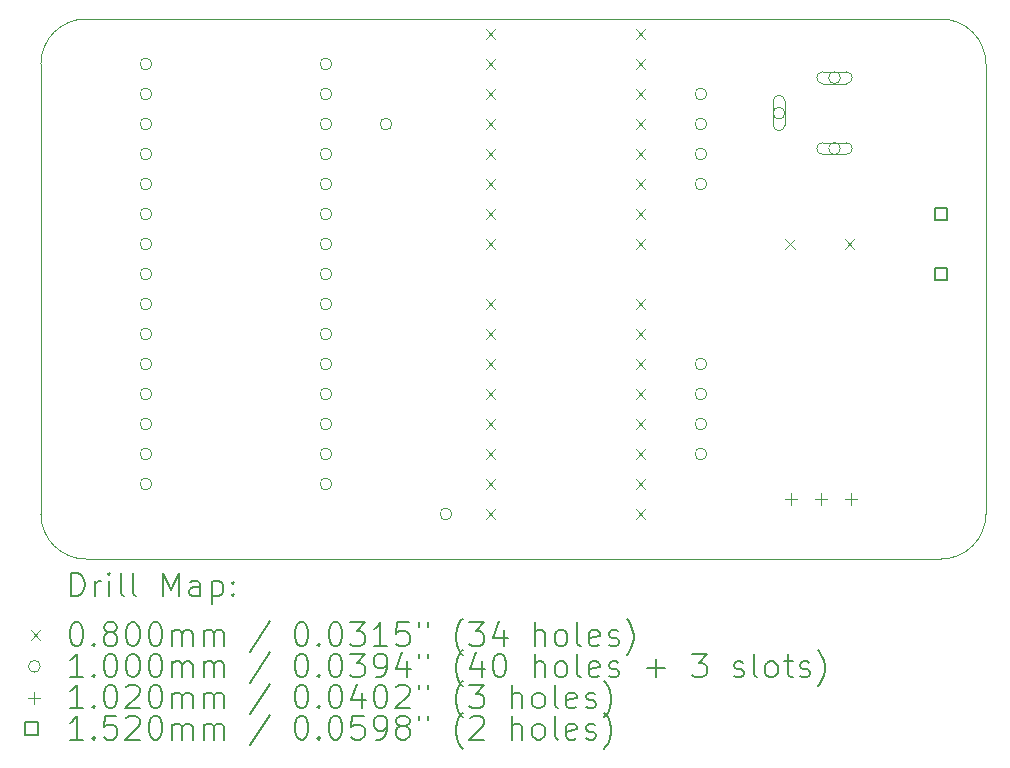
<source format=gbr>
%TF.GenerationSoftware,KiCad,Pcbnew,7.0.10*%
%TF.CreationDate,2024-02-12T17:30:32-09:00*%
%TF.ProjectId,CustomPCB,43757374-6f6d-4504-9342-2e6b69636164,rev?*%
%TF.SameCoordinates,Original*%
%TF.FileFunction,Drillmap*%
%TF.FilePolarity,Positive*%
%FSLAX45Y45*%
G04 Gerber Fmt 4.5, Leading zero omitted, Abs format (unit mm)*
G04 Created by KiCad (PCBNEW 7.0.10) date 2024-02-12 17:30:32*
%MOMM*%
%LPD*%
G01*
G04 APERTURE LIST*
%ADD10C,0.100000*%
%ADD11C,0.200000*%
%ADD12C,0.102000*%
%ADD13C,0.152000*%
G04 APERTURE END LIST*
D10*
X12573000Y-11811000D02*
X19812000Y-11811000D01*
X12192000Y-7620000D02*
X12192000Y-11430000D01*
X19812000Y-7239000D02*
X12573000Y-7239000D01*
X20193000Y-7620000D02*
X20193000Y-11430000D01*
X12192000Y-11430000D02*
G75*
G03*
X12573000Y-11811000I381000J0D01*
G01*
X12573000Y-7239000D02*
G75*
G03*
X12192000Y-7620000I0J-381000D01*
G01*
X19812000Y-11811000D02*
G75*
G03*
X20193000Y-11430000I0J381000D01*
G01*
X20193000Y-7620000D02*
G75*
G03*
X19812000Y-7239000I-381000J0D01*
G01*
D11*
D10*
X15961000Y-7326000D02*
X16041000Y-7406000D01*
X16041000Y-7326000D02*
X15961000Y-7406000D01*
X15961000Y-7580000D02*
X16041000Y-7660000D01*
X16041000Y-7580000D02*
X15961000Y-7660000D01*
X15961000Y-7834000D02*
X16041000Y-7914000D01*
X16041000Y-7834000D02*
X15961000Y-7914000D01*
X15961000Y-8088000D02*
X16041000Y-8168000D01*
X16041000Y-8088000D02*
X15961000Y-8168000D01*
X15961000Y-8342000D02*
X16041000Y-8422000D01*
X16041000Y-8342000D02*
X15961000Y-8422000D01*
X15961000Y-8596000D02*
X16041000Y-8676000D01*
X16041000Y-8596000D02*
X15961000Y-8676000D01*
X15961000Y-8850000D02*
X16041000Y-8930000D01*
X16041000Y-8850000D02*
X15961000Y-8930000D01*
X15961000Y-9104000D02*
X16041000Y-9184000D01*
X16041000Y-9104000D02*
X15961000Y-9184000D01*
X15961000Y-9612000D02*
X16041000Y-9692000D01*
X16041000Y-9612000D02*
X15961000Y-9692000D01*
X15961000Y-9866000D02*
X16041000Y-9946000D01*
X16041000Y-9866000D02*
X15961000Y-9946000D01*
X15961000Y-10120000D02*
X16041000Y-10200000D01*
X16041000Y-10120000D02*
X15961000Y-10200000D01*
X15961000Y-10374000D02*
X16041000Y-10454000D01*
X16041000Y-10374000D02*
X15961000Y-10454000D01*
X15961000Y-10628000D02*
X16041000Y-10708000D01*
X16041000Y-10628000D02*
X15961000Y-10708000D01*
X15961000Y-10882000D02*
X16041000Y-10962000D01*
X16041000Y-10882000D02*
X15961000Y-10962000D01*
X15961000Y-11136000D02*
X16041000Y-11216000D01*
X16041000Y-11136000D02*
X15961000Y-11216000D01*
X15961000Y-11390000D02*
X16041000Y-11470000D01*
X16041000Y-11390000D02*
X15961000Y-11470000D01*
X17231000Y-7326000D02*
X17311000Y-7406000D01*
X17311000Y-7326000D02*
X17231000Y-7406000D01*
X17231000Y-7580000D02*
X17311000Y-7660000D01*
X17311000Y-7580000D02*
X17231000Y-7660000D01*
X17231000Y-7834000D02*
X17311000Y-7914000D01*
X17311000Y-7834000D02*
X17231000Y-7914000D01*
X17231000Y-8088000D02*
X17311000Y-8168000D01*
X17311000Y-8088000D02*
X17231000Y-8168000D01*
X17231000Y-8342000D02*
X17311000Y-8422000D01*
X17311000Y-8342000D02*
X17231000Y-8422000D01*
X17231000Y-8596000D02*
X17311000Y-8676000D01*
X17311000Y-8596000D02*
X17231000Y-8676000D01*
X17231000Y-8850000D02*
X17311000Y-8930000D01*
X17311000Y-8850000D02*
X17231000Y-8930000D01*
X17231000Y-9104000D02*
X17311000Y-9184000D01*
X17311000Y-9104000D02*
X17231000Y-9184000D01*
X17231000Y-9612000D02*
X17311000Y-9692000D01*
X17311000Y-9612000D02*
X17231000Y-9692000D01*
X17231000Y-9866000D02*
X17311000Y-9946000D01*
X17311000Y-9866000D02*
X17231000Y-9946000D01*
X17231000Y-10120000D02*
X17311000Y-10200000D01*
X17311000Y-10120000D02*
X17231000Y-10200000D01*
X17231000Y-10374000D02*
X17311000Y-10454000D01*
X17311000Y-10374000D02*
X17231000Y-10454000D01*
X17231000Y-10628000D02*
X17311000Y-10708000D01*
X17311000Y-10628000D02*
X17231000Y-10708000D01*
X17231000Y-10882000D02*
X17311000Y-10962000D01*
X17311000Y-10882000D02*
X17231000Y-10962000D01*
X17231000Y-11136000D02*
X17311000Y-11216000D01*
X17311000Y-11136000D02*
X17231000Y-11216000D01*
X17231000Y-11390000D02*
X17311000Y-11470000D01*
X17311000Y-11390000D02*
X17231000Y-11470000D01*
X18496265Y-9104000D02*
X18576265Y-9184000D01*
X18576265Y-9104000D02*
X18496265Y-9184000D01*
X18996265Y-9104000D02*
X19076265Y-9184000D01*
X19076265Y-9104000D02*
X18996265Y-9184000D01*
X13131000Y-7620000D02*
G75*
G03*
X13031000Y-7620000I-50000J0D01*
G01*
X13031000Y-7620000D02*
G75*
G03*
X13131000Y-7620000I50000J0D01*
G01*
X13131000Y-7874000D02*
G75*
G03*
X13031000Y-7874000I-50000J0D01*
G01*
X13031000Y-7874000D02*
G75*
G03*
X13131000Y-7874000I50000J0D01*
G01*
X13131000Y-8128000D02*
G75*
G03*
X13031000Y-8128000I-50000J0D01*
G01*
X13031000Y-8128000D02*
G75*
G03*
X13131000Y-8128000I50000J0D01*
G01*
X13131000Y-8382000D02*
G75*
G03*
X13031000Y-8382000I-50000J0D01*
G01*
X13031000Y-8382000D02*
G75*
G03*
X13131000Y-8382000I50000J0D01*
G01*
X13131000Y-8636000D02*
G75*
G03*
X13031000Y-8636000I-50000J0D01*
G01*
X13031000Y-8636000D02*
G75*
G03*
X13131000Y-8636000I50000J0D01*
G01*
X13131000Y-8890000D02*
G75*
G03*
X13031000Y-8890000I-50000J0D01*
G01*
X13031000Y-8890000D02*
G75*
G03*
X13131000Y-8890000I50000J0D01*
G01*
X13131000Y-9144000D02*
G75*
G03*
X13031000Y-9144000I-50000J0D01*
G01*
X13031000Y-9144000D02*
G75*
G03*
X13131000Y-9144000I50000J0D01*
G01*
X13131000Y-9398000D02*
G75*
G03*
X13031000Y-9398000I-50000J0D01*
G01*
X13031000Y-9398000D02*
G75*
G03*
X13131000Y-9398000I50000J0D01*
G01*
X13131000Y-9652000D02*
G75*
G03*
X13031000Y-9652000I-50000J0D01*
G01*
X13031000Y-9652000D02*
G75*
G03*
X13131000Y-9652000I50000J0D01*
G01*
X13131000Y-9906000D02*
G75*
G03*
X13031000Y-9906000I-50000J0D01*
G01*
X13031000Y-9906000D02*
G75*
G03*
X13131000Y-9906000I50000J0D01*
G01*
X13131000Y-10160000D02*
G75*
G03*
X13031000Y-10160000I-50000J0D01*
G01*
X13031000Y-10160000D02*
G75*
G03*
X13131000Y-10160000I50000J0D01*
G01*
X13131000Y-10414000D02*
G75*
G03*
X13031000Y-10414000I-50000J0D01*
G01*
X13031000Y-10414000D02*
G75*
G03*
X13131000Y-10414000I50000J0D01*
G01*
X13131000Y-10668000D02*
G75*
G03*
X13031000Y-10668000I-50000J0D01*
G01*
X13031000Y-10668000D02*
G75*
G03*
X13131000Y-10668000I50000J0D01*
G01*
X13131000Y-10922000D02*
G75*
G03*
X13031000Y-10922000I-50000J0D01*
G01*
X13031000Y-10922000D02*
G75*
G03*
X13131000Y-10922000I50000J0D01*
G01*
X13131000Y-11176000D02*
G75*
G03*
X13031000Y-11176000I-50000J0D01*
G01*
X13031000Y-11176000D02*
G75*
G03*
X13131000Y-11176000I50000J0D01*
G01*
X14655000Y-7620000D02*
G75*
G03*
X14555000Y-7620000I-50000J0D01*
G01*
X14555000Y-7620000D02*
G75*
G03*
X14655000Y-7620000I50000J0D01*
G01*
X14655000Y-7874000D02*
G75*
G03*
X14555000Y-7874000I-50000J0D01*
G01*
X14555000Y-7874000D02*
G75*
G03*
X14655000Y-7874000I50000J0D01*
G01*
X14655000Y-8128000D02*
G75*
G03*
X14555000Y-8128000I-50000J0D01*
G01*
X14555000Y-8128000D02*
G75*
G03*
X14655000Y-8128000I50000J0D01*
G01*
X14655000Y-8382000D02*
G75*
G03*
X14555000Y-8382000I-50000J0D01*
G01*
X14555000Y-8382000D02*
G75*
G03*
X14655000Y-8382000I50000J0D01*
G01*
X14655000Y-8636000D02*
G75*
G03*
X14555000Y-8636000I-50000J0D01*
G01*
X14555000Y-8636000D02*
G75*
G03*
X14655000Y-8636000I50000J0D01*
G01*
X14655000Y-8890000D02*
G75*
G03*
X14555000Y-8890000I-50000J0D01*
G01*
X14555000Y-8890000D02*
G75*
G03*
X14655000Y-8890000I50000J0D01*
G01*
X14655000Y-9144000D02*
G75*
G03*
X14555000Y-9144000I-50000J0D01*
G01*
X14555000Y-9144000D02*
G75*
G03*
X14655000Y-9144000I50000J0D01*
G01*
X14655000Y-9398000D02*
G75*
G03*
X14555000Y-9398000I-50000J0D01*
G01*
X14555000Y-9398000D02*
G75*
G03*
X14655000Y-9398000I50000J0D01*
G01*
X14655000Y-9652000D02*
G75*
G03*
X14555000Y-9652000I-50000J0D01*
G01*
X14555000Y-9652000D02*
G75*
G03*
X14655000Y-9652000I50000J0D01*
G01*
X14655000Y-9906000D02*
G75*
G03*
X14555000Y-9906000I-50000J0D01*
G01*
X14555000Y-9906000D02*
G75*
G03*
X14655000Y-9906000I50000J0D01*
G01*
X14655000Y-10160000D02*
G75*
G03*
X14555000Y-10160000I-50000J0D01*
G01*
X14555000Y-10160000D02*
G75*
G03*
X14655000Y-10160000I50000J0D01*
G01*
X14655000Y-10414000D02*
G75*
G03*
X14555000Y-10414000I-50000J0D01*
G01*
X14555000Y-10414000D02*
G75*
G03*
X14655000Y-10414000I50000J0D01*
G01*
X14655000Y-10668000D02*
G75*
G03*
X14555000Y-10668000I-50000J0D01*
G01*
X14555000Y-10668000D02*
G75*
G03*
X14655000Y-10668000I50000J0D01*
G01*
X14655000Y-10922000D02*
G75*
G03*
X14555000Y-10922000I-50000J0D01*
G01*
X14555000Y-10922000D02*
G75*
G03*
X14655000Y-10922000I50000J0D01*
G01*
X14655000Y-11176000D02*
G75*
G03*
X14555000Y-11176000I-50000J0D01*
G01*
X14555000Y-11176000D02*
G75*
G03*
X14655000Y-11176000I50000J0D01*
G01*
X15164000Y-8128000D02*
G75*
G03*
X15064000Y-8128000I-50000J0D01*
G01*
X15064000Y-8128000D02*
G75*
G03*
X15164000Y-8128000I50000J0D01*
G01*
X15671000Y-11430000D02*
G75*
G03*
X15571000Y-11430000I-50000J0D01*
G01*
X15571000Y-11430000D02*
G75*
G03*
X15671000Y-11430000I50000J0D01*
G01*
X17830000Y-7874000D02*
G75*
G03*
X17730000Y-7874000I-50000J0D01*
G01*
X17730000Y-7874000D02*
G75*
G03*
X17830000Y-7874000I50000J0D01*
G01*
X17830000Y-8128000D02*
G75*
G03*
X17730000Y-8128000I-50000J0D01*
G01*
X17730000Y-8128000D02*
G75*
G03*
X17830000Y-8128000I50000J0D01*
G01*
X17830000Y-8382000D02*
G75*
G03*
X17730000Y-8382000I-50000J0D01*
G01*
X17730000Y-8382000D02*
G75*
G03*
X17830000Y-8382000I50000J0D01*
G01*
X17830000Y-8636000D02*
G75*
G03*
X17730000Y-8636000I-50000J0D01*
G01*
X17730000Y-8636000D02*
G75*
G03*
X17830000Y-8636000I50000J0D01*
G01*
X17830000Y-10160000D02*
G75*
G03*
X17730000Y-10160000I-50000J0D01*
G01*
X17730000Y-10160000D02*
G75*
G03*
X17830000Y-10160000I50000J0D01*
G01*
X17830000Y-10414000D02*
G75*
G03*
X17730000Y-10414000I-50000J0D01*
G01*
X17730000Y-10414000D02*
G75*
G03*
X17830000Y-10414000I50000J0D01*
G01*
X17830000Y-10668000D02*
G75*
G03*
X17730000Y-10668000I-50000J0D01*
G01*
X17730000Y-10668000D02*
G75*
G03*
X17830000Y-10668000I50000J0D01*
G01*
X17830000Y-10922000D02*
G75*
G03*
X17730000Y-10922000I-50000J0D01*
G01*
X17730000Y-10922000D02*
G75*
G03*
X17830000Y-10922000I50000J0D01*
G01*
X18491375Y-8035375D02*
G75*
G03*
X18391375Y-8035375I-50000J0D01*
G01*
X18391375Y-8035375D02*
G75*
G03*
X18491375Y-8035375I50000J0D01*
G01*
X18391375Y-7935375D02*
X18391375Y-8135375D01*
X18391375Y-8135375D02*
G75*
G03*
X18491375Y-8135375I50000J0D01*
G01*
X18491375Y-8135375D02*
X18491375Y-7935375D01*
X18491375Y-7935375D02*
G75*
G03*
X18391375Y-7935375I-50000J0D01*
G01*
X18961375Y-7735375D02*
G75*
G03*
X18861375Y-7735375I-50000J0D01*
G01*
X18861375Y-7735375D02*
G75*
G03*
X18961375Y-7735375I50000J0D01*
G01*
X19011375Y-7685375D02*
X18811375Y-7685375D01*
X18811375Y-7685375D02*
G75*
G03*
X18811375Y-7785375I0J-50000D01*
G01*
X18811375Y-7785375D02*
X19011375Y-7785375D01*
X19011375Y-7785375D02*
G75*
G03*
X19011375Y-7685375I0J50000D01*
G01*
X18961375Y-8335375D02*
G75*
G03*
X18861375Y-8335375I-50000J0D01*
G01*
X18861375Y-8335375D02*
G75*
G03*
X18961375Y-8335375I50000J0D01*
G01*
X19011375Y-8285375D02*
X18811375Y-8285375D01*
X18811375Y-8285375D02*
G75*
G03*
X18811375Y-8385375I0J-50000D01*
G01*
X18811375Y-8385375D02*
X19011375Y-8385375D01*
X19011375Y-8385375D02*
G75*
G03*
X19011375Y-8285375I0J50000D01*
G01*
D12*
X18542000Y-11252000D02*
X18542000Y-11354000D01*
X18491000Y-11303000D02*
X18593000Y-11303000D01*
X18796000Y-11252000D02*
X18796000Y-11354000D01*
X18745000Y-11303000D02*
X18847000Y-11303000D01*
X19050000Y-11252000D02*
X19050000Y-11354000D01*
X18999000Y-11303000D02*
X19101000Y-11303000D01*
D13*
X19865741Y-8943741D02*
X19865741Y-8836259D01*
X19758259Y-8836259D01*
X19758259Y-8943741D01*
X19865741Y-8943741D01*
X19865741Y-9451741D02*
X19865741Y-9344259D01*
X19758259Y-9344259D01*
X19758259Y-9451741D01*
X19865741Y-9451741D01*
D11*
X12447777Y-12127484D02*
X12447777Y-11927484D01*
X12447777Y-11927484D02*
X12495396Y-11927484D01*
X12495396Y-11927484D02*
X12523967Y-11937008D01*
X12523967Y-11937008D02*
X12543015Y-11956055D01*
X12543015Y-11956055D02*
X12552539Y-11975103D01*
X12552539Y-11975103D02*
X12562062Y-12013198D01*
X12562062Y-12013198D02*
X12562062Y-12041769D01*
X12562062Y-12041769D02*
X12552539Y-12079865D01*
X12552539Y-12079865D02*
X12543015Y-12098912D01*
X12543015Y-12098912D02*
X12523967Y-12117960D01*
X12523967Y-12117960D02*
X12495396Y-12127484D01*
X12495396Y-12127484D02*
X12447777Y-12127484D01*
X12647777Y-12127484D02*
X12647777Y-11994150D01*
X12647777Y-12032246D02*
X12657301Y-12013198D01*
X12657301Y-12013198D02*
X12666824Y-12003674D01*
X12666824Y-12003674D02*
X12685872Y-11994150D01*
X12685872Y-11994150D02*
X12704920Y-11994150D01*
X12771586Y-12127484D02*
X12771586Y-11994150D01*
X12771586Y-11927484D02*
X12762062Y-11937008D01*
X12762062Y-11937008D02*
X12771586Y-11946531D01*
X12771586Y-11946531D02*
X12781110Y-11937008D01*
X12781110Y-11937008D02*
X12771586Y-11927484D01*
X12771586Y-11927484D02*
X12771586Y-11946531D01*
X12895396Y-12127484D02*
X12876348Y-12117960D01*
X12876348Y-12117960D02*
X12866824Y-12098912D01*
X12866824Y-12098912D02*
X12866824Y-11927484D01*
X13000158Y-12127484D02*
X12981110Y-12117960D01*
X12981110Y-12117960D02*
X12971586Y-12098912D01*
X12971586Y-12098912D02*
X12971586Y-11927484D01*
X13228729Y-12127484D02*
X13228729Y-11927484D01*
X13228729Y-11927484D02*
X13295396Y-12070341D01*
X13295396Y-12070341D02*
X13362062Y-11927484D01*
X13362062Y-11927484D02*
X13362062Y-12127484D01*
X13543015Y-12127484D02*
X13543015Y-12022722D01*
X13543015Y-12022722D02*
X13533491Y-12003674D01*
X13533491Y-12003674D02*
X13514443Y-11994150D01*
X13514443Y-11994150D02*
X13476348Y-11994150D01*
X13476348Y-11994150D02*
X13457301Y-12003674D01*
X13543015Y-12117960D02*
X13523967Y-12127484D01*
X13523967Y-12127484D02*
X13476348Y-12127484D01*
X13476348Y-12127484D02*
X13457301Y-12117960D01*
X13457301Y-12117960D02*
X13447777Y-12098912D01*
X13447777Y-12098912D02*
X13447777Y-12079865D01*
X13447777Y-12079865D02*
X13457301Y-12060817D01*
X13457301Y-12060817D02*
X13476348Y-12051293D01*
X13476348Y-12051293D02*
X13523967Y-12051293D01*
X13523967Y-12051293D02*
X13543015Y-12041769D01*
X13638253Y-11994150D02*
X13638253Y-12194150D01*
X13638253Y-12003674D02*
X13657301Y-11994150D01*
X13657301Y-11994150D02*
X13695396Y-11994150D01*
X13695396Y-11994150D02*
X13714443Y-12003674D01*
X13714443Y-12003674D02*
X13723967Y-12013198D01*
X13723967Y-12013198D02*
X13733491Y-12032246D01*
X13733491Y-12032246D02*
X13733491Y-12089388D01*
X13733491Y-12089388D02*
X13723967Y-12108436D01*
X13723967Y-12108436D02*
X13714443Y-12117960D01*
X13714443Y-12117960D02*
X13695396Y-12127484D01*
X13695396Y-12127484D02*
X13657301Y-12127484D01*
X13657301Y-12127484D02*
X13638253Y-12117960D01*
X13819205Y-12108436D02*
X13828729Y-12117960D01*
X13828729Y-12117960D02*
X13819205Y-12127484D01*
X13819205Y-12127484D02*
X13809682Y-12117960D01*
X13809682Y-12117960D02*
X13819205Y-12108436D01*
X13819205Y-12108436D02*
X13819205Y-12127484D01*
X13819205Y-12003674D02*
X13828729Y-12013198D01*
X13828729Y-12013198D02*
X13819205Y-12022722D01*
X13819205Y-12022722D02*
X13809682Y-12013198D01*
X13809682Y-12013198D02*
X13819205Y-12003674D01*
X13819205Y-12003674D02*
X13819205Y-12022722D01*
D10*
X12107000Y-12416000D02*
X12187000Y-12496000D01*
X12187000Y-12416000D02*
X12107000Y-12496000D01*
D11*
X12485872Y-12347484D02*
X12504920Y-12347484D01*
X12504920Y-12347484D02*
X12523967Y-12357008D01*
X12523967Y-12357008D02*
X12533491Y-12366531D01*
X12533491Y-12366531D02*
X12543015Y-12385579D01*
X12543015Y-12385579D02*
X12552539Y-12423674D01*
X12552539Y-12423674D02*
X12552539Y-12471293D01*
X12552539Y-12471293D02*
X12543015Y-12509388D01*
X12543015Y-12509388D02*
X12533491Y-12528436D01*
X12533491Y-12528436D02*
X12523967Y-12537960D01*
X12523967Y-12537960D02*
X12504920Y-12547484D01*
X12504920Y-12547484D02*
X12485872Y-12547484D01*
X12485872Y-12547484D02*
X12466824Y-12537960D01*
X12466824Y-12537960D02*
X12457301Y-12528436D01*
X12457301Y-12528436D02*
X12447777Y-12509388D01*
X12447777Y-12509388D02*
X12438253Y-12471293D01*
X12438253Y-12471293D02*
X12438253Y-12423674D01*
X12438253Y-12423674D02*
X12447777Y-12385579D01*
X12447777Y-12385579D02*
X12457301Y-12366531D01*
X12457301Y-12366531D02*
X12466824Y-12357008D01*
X12466824Y-12357008D02*
X12485872Y-12347484D01*
X12638253Y-12528436D02*
X12647777Y-12537960D01*
X12647777Y-12537960D02*
X12638253Y-12547484D01*
X12638253Y-12547484D02*
X12628729Y-12537960D01*
X12628729Y-12537960D02*
X12638253Y-12528436D01*
X12638253Y-12528436D02*
X12638253Y-12547484D01*
X12762062Y-12433198D02*
X12743015Y-12423674D01*
X12743015Y-12423674D02*
X12733491Y-12414150D01*
X12733491Y-12414150D02*
X12723967Y-12395103D01*
X12723967Y-12395103D02*
X12723967Y-12385579D01*
X12723967Y-12385579D02*
X12733491Y-12366531D01*
X12733491Y-12366531D02*
X12743015Y-12357008D01*
X12743015Y-12357008D02*
X12762062Y-12347484D01*
X12762062Y-12347484D02*
X12800158Y-12347484D01*
X12800158Y-12347484D02*
X12819205Y-12357008D01*
X12819205Y-12357008D02*
X12828729Y-12366531D01*
X12828729Y-12366531D02*
X12838253Y-12385579D01*
X12838253Y-12385579D02*
X12838253Y-12395103D01*
X12838253Y-12395103D02*
X12828729Y-12414150D01*
X12828729Y-12414150D02*
X12819205Y-12423674D01*
X12819205Y-12423674D02*
X12800158Y-12433198D01*
X12800158Y-12433198D02*
X12762062Y-12433198D01*
X12762062Y-12433198D02*
X12743015Y-12442722D01*
X12743015Y-12442722D02*
X12733491Y-12452246D01*
X12733491Y-12452246D02*
X12723967Y-12471293D01*
X12723967Y-12471293D02*
X12723967Y-12509388D01*
X12723967Y-12509388D02*
X12733491Y-12528436D01*
X12733491Y-12528436D02*
X12743015Y-12537960D01*
X12743015Y-12537960D02*
X12762062Y-12547484D01*
X12762062Y-12547484D02*
X12800158Y-12547484D01*
X12800158Y-12547484D02*
X12819205Y-12537960D01*
X12819205Y-12537960D02*
X12828729Y-12528436D01*
X12828729Y-12528436D02*
X12838253Y-12509388D01*
X12838253Y-12509388D02*
X12838253Y-12471293D01*
X12838253Y-12471293D02*
X12828729Y-12452246D01*
X12828729Y-12452246D02*
X12819205Y-12442722D01*
X12819205Y-12442722D02*
X12800158Y-12433198D01*
X12962062Y-12347484D02*
X12981110Y-12347484D01*
X12981110Y-12347484D02*
X13000158Y-12357008D01*
X13000158Y-12357008D02*
X13009682Y-12366531D01*
X13009682Y-12366531D02*
X13019205Y-12385579D01*
X13019205Y-12385579D02*
X13028729Y-12423674D01*
X13028729Y-12423674D02*
X13028729Y-12471293D01*
X13028729Y-12471293D02*
X13019205Y-12509388D01*
X13019205Y-12509388D02*
X13009682Y-12528436D01*
X13009682Y-12528436D02*
X13000158Y-12537960D01*
X13000158Y-12537960D02*
X12981110Y-12547484D01*
X12981110Y-12547484D02*
X12962062Y-12547484D01*
X12962062Y-12547484D02*
X12943015Y-12537960D01*
X12943015Y-12537960D02*
X12933491Y-12528436D01*
X12933491Y-12528436D02*
X12923967Y-12509388D01*
X12923967Y-12509388D02*
X12914443Y-12471293D01*
X12914443Y-12471293D02*
X12914443Y-12423674D01*
X12914443Y-12423674D02*
X12923967Y-12385579D01*
X12923967Y-12385579D02*
X12933491Y-12366531D01*
X12933491Y-12366531D02*
X12943015Y-12357008D01*
X12943015Y-12357008D02*
X12962062Y-12347484D01*
X13152539Y-12347484D02*
X13171586Y-12347484D01*
X13171586Y-12347484D02*
X13190634Y-12357008D01*
X13190634Y-12357008D02*
X13200158Y-12366531D01*
X13200158Y-12366531D02*
X13209682Y-12385579D01*
X13209682Y-12385579D02*
X13219205Y-12423674D01*
X13219205Y-12423674D02*
X13219205Y-12471293D01*
X13219205Y-12471293D02*
X13209682Y-12509388D01*
X13209682Y-12509388D02*
X13200158Y-12528436D01*
X13200158Y-12528436D02*
X13190634Y-12537960D01*
X13190634Y-12537960D02*
X13171586Y-12547484D01*
X13171586Y-12547484D02*
X13152539Y-12547484D01*
X13152539Y-12547484D02*
X13133491Y-12537960D01*
X13133491Y-12537960D02*
X13123967Y-12528436D01*
X13123967Y-12528436D02*
X13114443Y-12509388D01*
X13114443Y-12509388D02*
X13104920Y-12471293D01*
X13104920Y-12471293D02*
X13104920Y-12423674D01*
X13104920Y-12423674D02*
X13114443Y-12385579D01*
X13114443Y-12385579D02*
X13123967Y-12366531D01*
X13123967Y-12366531D02*
X13133491Y-12357008D01*
X13133491Y-12357008D02*
X13152539Y-12347484D01*
X13304920Y-12547484D02*
X13304920Y-12414150D01*
X13304920Y-12433198D02*
X13314443Y-12423674D01*
X13314443Y-12423674D02*
X13333491Y-12414150D01*
X13333491Y-12414150D02*
X13362063Y-12414150D01*
X13362063Y-12414150D02*
X13381110Y-12423674D01*
X13381110Y-12423674D02*
X13390634Y-12442722D01*
X13390634Y-12442722D02*
X13390634Y-12547484D01*
X13390634Y-12442722D02*
X13400158Y-12423674D01*
X13400158Y-12423674D02*
X13419205Y-12414150D01*
X13419205Y-12414150D02*
X13447777Y-12414150D01*
X13447777Y-12414150D02*
X13466824Y-12423674D01*
X13466824Y-12423674D02*
X13476348Y-12442722D01*
X13476348Y-12442722D02*
X13476348Y-12547484D01*
X13571586Y-12547484D02*
X13571586Y-12414150D01*
X13571586Y-12433198D02*
X13581110Y-12423674D01*
X13581110Y-12423674D02*
X13600158Y-12414150D01*
X13600158Y-12414150D02*
X13628729Y-12414150D01*
X13628729Y-12414150D02*
X13647777Y-12423674D01*
X13647777Y-12423674D02*
X13657301Y-12442722D01*
X13657301Y-12442722D02*
X13657301Y-12547484D01*
X13657301Y-12442722D02*
X13666824Y-12423674D01*
X13666824Y-12423674D02*
X13685872Y-12414150D01*
X13685872Y-12414150D02*
X13714443Y-12414150D01*
X13714443Y-12414150D02*
X13733491Y-12423674D01*
X13733491Y-12423674D02*
X13743015Y-12442722D01*
X13743015Y-12442722D02*
X13743015Y-12547484D01*
X14133491Y-12337960D02*
X13962063Y-12595103D01*
X14390634Y-12347484D02*
X14409682Y-12347484D01*
X14409682Y-12347484D02*
X14428729Y-12357008D01*
X14428729Y-12357008D02*
X14438253Y-12366531D01*
X14438253Y-12366531D02*
X14447777Y-12385579D01*
X14447777Y-12385579D02*
X14457301Y-12423674D01*
X14457301Y-12423674D02*
X14457301Y-12471293D01*
X14457301Y-12471293D02*
X14447777Y-12509388D01*
X14447777Y-12509388D02*
X14438253Y-12528436D01*
X14438253Y-12528436D02*
X14428729Y-12537960D01*
X14428729Y-12537960D02*
X14409682Y-12547484D01*
X14409682Y-12547484D02*
X14390634Y-12547484D01*
X14390634Y-12547484D02*
X14371586Y-12537960D01*
X14371586Y-12537960D02*
X14362063Y-12528436D01*
X14362063Y-12528436D02*
X14352539Y-12509388D01*
X14352539Y-12509388D02*
X14343015Y-12471293D01*
X14343015Y-12471293D02*
X14343015Y-12423674D01*
X14343015Y-12423674D02*
X14352539Y-12385579D01*
X14352539Y-12385579D02*
X14362063Y-12366531D01*
X14362063Y-12366531D02*
X14371586Y-12357008D01*
X14371586Y-12357008D02*
X14390634Y-12347484D01*
X14543015Y-12528436D02*
X14552539Y-12537960D01*
X14552539Y-12537960D02*
X14543015Y-12547484D01*
X14543015Y-12547484D02*
X14533491Y-12537960D01*
X14533491Y-12537960D02*
X14543015Y-12528436D01*
X14543015Y-12528436D02*
X14543015Y-12547484D01*
X14676348Y-12347484D02*
X14695396Y-12347484D01*
X14695396Y-12347484D02*
X14714444Y-12357008D01*
X14714444Y-12357008D02*
X14723967Y-12366531D01*
X14723967Y-12366531D02*
X14733491Y-12385579D01*
X14733491Y-12385579D02*
X14743015Y-12423674D01*
X14743015Y-12423674D02*
X14743015Y-12471293D01*
X14743015Y-12471293D02*
X14733491Y-12509388D01*
X14733491Y-12509388D02*
X14723967Y-12528436D01*
X14723967Y-12528436D02*
X14714444Y-12537960D01*
X14714444Y-12537960D02*
X14695396Y-12547484D01*
X14695396Y-12547484D02*
X14676348Y-12547484D01*
X14676348Y-12547484D02*
X14657301Y-12537960D01*
X14657301Y-12537960D02*
X14647777Y-12528436D01*
X14647777Y-12528436D02*
X14638253Y-12509388D01*
X14638253Y-12509388D02*
X14628729Y-12471293D01*
X14628729Y-12471293D02*
X14628729Y-12423674D01*
X14628729Y-12423674D02*
X14638253Y-12385579D01*
X14638253Y-12385579D02*
X14647777Y-12366531D01*
X14647777Y-12366531D02*
X14657301Y-12357008D01*
X14657301Y-12357008D02*
X14676348Y-12347484D01*
X14809682Y-12347484D02*
X14933491Y-12347484D01*
X14933491Y-12347484D02*
X14866825Y-12423674D01*
X14866825Y-12423674D02*
X14895396Y-12423674D01*
X14895396Y-12423674D02*
X14914444Y-12433198D01*
X14914444Y-12433198D02*
X14923967Y-12442722D01*
X14923967Y-12442722D02*
X14933491Y-12461769D01*
X14933491Y-12461769D02*
X14933491Y-12509388D01*
X14933491Y-12509388D02*
X14923967Y-12528436D01*
X14923967Y-12528436D02*
X14914444Y-12537960D01*
X14914444Y-12537960D02*
X14895396Y-12547484D01*
X14895396Y-12547484D02*
X14838253Y-12547484D01*
X14838253Y-12547484D02*
X14819206Y-12537960D01*
X14819206Y-12537960D02*
X14809682Y-12528436D01*
X15123967Y-12547484D02*
X15009682Y-12547484D01*
X15066825Y-12547484D02*
X15066825Y-12347484D01*
X15066825Y-12347484D02*
X15047777Y-12376055D01*
X15047777Y-12376055D02*
X15028729Y-12395103D01*
X15028729Y-12395103D02*
X15009682Y-12404627D01*
X15304920Y-12347484D02*
X15209682Y-12347484D01*
X15209682Y-12347484D02*
X15200158Y-12442722D01*
X15200158Y-12442722D02*
X15209682Y-12433198D01*
X15209682Y-12433198D02*
X15228729Y-12423674D01*
X15228729Y-12423674D02*
X15276348Y-12423674D01*
X15276348Y-12423674D02*
X15295396Y-12433198D01*
X15295396Y-12433198D02*
X15304920Y-12442722D01*
X15304920Y-12442722D02*
X15314444Y-12461769D01*
X15314444Y-12461769D02*
X15314444Y-12509388D01*
X15314444Y-12509388D02*
X15304920Y-12528436D01*
X15304920Y-12528436D02*
X15295396Y-12537960D01*
X15295396Y-12537960D02*
X15276348Y-12547484D01*
X15276348Y-12547484D02*
X15228729Y-12547484D01*
X15228729Y-12547484D02*
X15209682Y-12537960D01*
X15209682Y-12537960D02*
X15200158Y-12528436D01*
X15390634Y-12347484D02*
X15390634Y-12385579D01*
X15466825Y-12347484D02*
X15466825Y-12385579D01*
X15762063Y-12623674D02*
X15752539Y-12614150D01*
X15752539Y-12614150D02*
X15733491Y-12585579D01*
X15733491Y-12585579D02*
X15723968Y-12566531D01*
X15723968Y-12566531D02*
X15714444Y-12537960D01*
X15714444Y-12537960D02*
X15704920Y-12490341D01*
X15704920Y-12490341D02*
X15704920Y-12452246D01*
X15704920Y-12452246D02*
X15714444Y-12404627D01*
X15714444Y-12404627D02*
X15723968Y-12376055D01*
X15723968Y-12376055D02*
X15733491Y-12357008D01*
X15733491Y-12357008D02*
X15752539Y-12328436D01*
X15752539Y-12328436D02*
X15762063Y-12318912D01*
X15819206Y-12347484D02*
X15943015Y-12347484D01*
X15943015Y-12347484D02*
X15876348Y-12423674D01*
X15876348Y-12423674D02*
X15904920Y-12423674D01*
X15904920Y-12423674D02*
X15923968Y-12433198D01*
X15923968Y-12433198D02*
X15933491Y-12442722D01*
X15933491Y-12442722D02*
X15943015Y-12461769D01*
X15943015Y-12461769D02*
X15943015Y-12509388D01*
X15943015Y-12509388D02*
X15933491Y-12528436D01*
X15933491Y-12528436D02*
X15923968Y-12537960D01*
X15923968Y-12537960D02*
X15904920Y-12547484D01*
X15904920Y-12547484D02*
X15847777Y-12547484D01*
X15847777Y-12547484D02*
X15828729Y-12537960D01*
X15828729Y-12537960D02*
X15819206Y-12528436D01*
X16114444Y-12414150D02*
X16114444Y-12547484D01*
X16066825Y-12337960D02*
X16019206Y-12480817D01*
X16019206Y-12480817D02*
X16143015Y-12480817D01*
X16371587Y-12547484D02*
X16371587Y-12347484D01*
X16457301Y-12547484D02*
X16457301Y-12442722D01*
X16457301Y-12442722D02*
X16447777Y-12423674D01*
X16447777Y-12423674D02*
X16428730Y-12414150D01*
X16428730Y-12414150D02*
X16400158Y-12414150D01*
X16400158Y-12414150D02*
X16381110Y-12423674D01*
X16381110Y-12423674D02*
X16371587Y-12433198D01*
X16581110Y-12547484D02*
X16562063Y-12537960D01*
X16562063Y-12537960D02*
X16552539Y-12528436D01*
X16552539Y-12528436D02*
X16543015Y-12509388D01*
X16543015Y-12509388D02*
X16543015Y-12452246D01*
X16543015Y-12452246D02*
X16552539Y-12433198D01*
X16552539Y-12433198D02*
X16562063Y-12423674D01*
X16562063Y-12423674D02*
X16581110Y-12414150D01*
X16581110Y-12414150D02*
X16609682Y-12414150D01*
X16609682Y-12414150D02*
X16628730Y-12423674D01*
X16628730Y-12423674D02*
X16638253Y-12433198D01*
X16638253Y-12433198D02*
X16647777Y-12452246D01*
X16647777Y-12452246D02*
X16647777Y-12509388D01*
X16647777Y-12509388D02*
X16638253Y-12528436D01*
X16638253Y-12528436D02*
X16628730Y-12537960D01*
X16628730Y-12537960D02*
X16609682Y-12547484D01*
X16609682Y-12547484D02*
X16581110Y-12547484D01*
X16762063Y-12547484D02*
X16743015Y-12537960D01*
X16743015Y-12537960D02*
X16733491Y-12518912D01*
X16733491Y-12518912D02*
X16733491Y-12347484D01*
X16914444Y-12537960D02*
X16895396Y-12547484D01*
X16895396Y-12547484D02*
X16857301Y-12547484D01*
X16857301Y-12547484D02*
X16838253Y-12537960D01*
X16838253Y-12537960D02*
X16828730Y-12518912D01*
X16828730Y-12518912D02*
X16828730Y-12442722D01*
X16828730Y-12442722D02*
X16838253Y-12423674D01*
X16838253Y-12423674D02*
X16857301Y-12414150D01*
X16857301Y-12414150D02*
X16895396Y-12414150D01*
X16895396Y-12414150D02*
X16914444Y-12423674D01*
X16914444Y-12423674D02*
X16923968Y-12442722D01*
X16923968Y-12442722D02*
X16923968Y-12461769D01*
X16923968Y-12461769D02*
X16828730Y-12480817D01*
X17000158Y-12537960D02*
X17019206Y-12547484D01*
X17019206Y-12547484D02*
X17057301Y-12547484D01*
X17057301Y-12547484D02*
X17076349Y-12537960D01*
X17076349Y-12537960D02*
X17085873Y-12518912D01*
X17085873Y-12518912D02*
X17085873Y-12509388D01*
X17085873Y-12509388D02*
X17076349Y-12490341D01*
X17076349Y-12490341D02*
X17057301Y-12480817D01*
X17057301Y-12480817D02*
X17028730Y-12480817D01*
X17028730Y-12480817D02*
X17009682Y-12471293D01*
X17009682Y-12471293D02*
X17000158Y-12452246D01*
X17000158Y-12452246D02*
X17000158Y-12442722D01*
X17000158Y-12442722D02*
X17009682Y-12423674D01*
X17009682Y-12423674D02*
X17028730Y-12414150D01*
X17028730Y-12414150D02*
X17057301Y-12414150D01*
X17057301Y-12414150D02*
X17076349Y-12423674D01*
X17152539Y-12623674D02*
X17162063Y-12614150D01*
X17162063Y-12614150D02*
X17181111Y-12585579D01*
X17181111Y-12585579D02*
X17190634Y-12566531D01*
X17190634Y-12566531D02*
X17200158Y-12537960D01*
X17200158Y-12537960D02*
X17209682Y-12490341D01*
X17209682Y-12490341D02*
X17209682Y-12452246D01*
X17209682Y-12452246D02*
X17200158Y-12404627D01*
X17200158Y-12404627D02*
X17190634Y-12376055D01*
X17190634Y-12376055D02*
X17181111Y-12357008D01*
X17181111Y-12357008D02*
X17162063Y-12328436D01*
X17162063Y-12328436D02*
X17152539Y-12318912D01*
D10*
X12187000Y-12720000D02*
G75*
G03*
X12087000Y-12720000I-50000J0D01*
G01*
X12087000Y-12720000D02*
G75*
G03*
X12187000Y-12720000I50000J0D01*
G01*
D11*
X12552539Y-12811484D02*
X12438253Y-12811484D01*
X12495396Y-12811484D02*
X12495396Y-12611484D01*
X12495396Y-12611484D02*
X12476348Y-12640055D01*
X12476348Y-12640055D02*
X12457301Y-12659103D01*
X12457301Y-12659103D02*
X12438253Y-12668627D01*
X12638253Y-12792436D02*
X12647777Y-12801960D01*
X12647777Y-12801960D02*
X12638253Y-12811484D01*
X12638253Y-12811484D02*
X12628729Y-12801960D01*
X12628729Y-12801960D02*
X12638253Y-12792436D01*
X12638253Y-12792436D02*
X12638253Y-12811484D01*
X12771586Y-12611484D02*
X12790634Y-12611484D01*
X12790634Y-12611484D02*
X12809682Y-12621008D01*
X12809682Y-12621008D02*
X12819205Y-12630531D01*
X12819205Y-12630531D02*
X12828729Y-12649579D01*
X12828729Y-12649579D02*
X12838253Y-12687674D01*
X12838253Y-12687674D02*
X12838253Y-12735293D01*
X12838253Y-12735293D02*
X12828729Y-12773388D01*
X12828729Y-12773388D02*
X12819205Y-12792436D01*
X12819205Y-12792436D02*
X12809682Y-12801960D01*
X12809682Y-12801960D02*
X12790634Y-12811484D01*
X12790634Y-12811484D02*
X12771586Y-12811484D01*
X12771586Y-12811484D02*
X12752539Y-12801960D01*
X12752539Y-12801960D02*
X12743015Y-12792436D01*
X12743015Y-12792436D02*
X12733491Y-12773388D01*
X12733491Y-12773388D02*
X12723967Y-12735293D01*
X12723967Y-12735293D02*
X12723967Y-12687674D01*
X12723967Y-12687674D02*
X12733491Y-12649579D01*
X12733491Y-12649579D02*
X12743015Y-12630531D01*
X12743015Y-12630531D02*
X12752539Y-12621008D01*
X12752539Y-12621008D02*
X12771586Y-12611484D01*
X12962062Y-12611484D02*
X12981110Y-12611484D01*
X12981110Y-12611484D02*
X13000158Y-12621008D01*
X13000158Y-12621008D02*
X13009682Y-12630531D01*
X13009682Y-12630531D02*
X13019205Y-12649579D01*
X13019205Y-12649579D02*
X13028729Y-12687674D01*
X13028729Y-12687674D02*
X13028729Y-12735293D01*
X13028729Y-12735293D02*
X13019205Y-12773388D01*
X13019205Y-12773388D02*
X13009682Y-12792436D01*
X13009682Y-12792436D02*
X13000158Y-12801960D01*
X13000158Y-12801960D02*
X12981110Y-12811484D01*
X12981110Y-12811484D02*
X12962062Y-12811484D01*
X12962062Y-12811484D02*
X12943015Y-12801960D01*
X12943015Y-12801960D02*
X12933491Y-12792436D01*
X12933491Y-12792436D02*
X12923967Y-12773388D01*
X12923967Y-12773388D02*
X12914443Y-12735293D01*
X12914443Y-12735293D02*
X12914443Y-12687674D01*
X12914443Y-12687674D02*
X12923967Y-12649579D01*
X12923967Y-12649579D02*
X12933491Y-12630531D01*
X12933491Y-12630531D02*
X12943015Y-12621008D01*
X12943015Y-12621008D02*
X12962062Y-12611484D01*
X13152539Y-12611484D02*
X13171586Y-12611484D01*
X13171586Y-12611484D02*
X13190634Y-12621008D01*
X13190634Y-12621008D02*
X13200158Y-12630531D01*
X13200158Y-12630531D02*
X13209682Y-12649579D01*
X13209682Y-12649579D02*
X13219205Y-12687674D01*
X13219205Y-12687674D02*
X13219205Y-12735293D01*
X13219205Y-12735293D02*
X13209682Y-12773388D01*
X13209682Y-12773388D02*
X13200158Y-12792436D01*
X13200158Y-12792436D02*
X13190634Y-12801960D01*
X13190634Y-12801960D02*
X13171586Y-12811484D01*
X13171586Y-12811484D02*
X13152539Y-12811484D01*
X13152539Y-12811484D02*
X13133491Y-12801960D01*
X13133491Y-12801960D02*
X13123967Y-12792436D01*
X13123967Y-12792436D02*
X13114443Y-12773388D01*
X13114443Y-12773388D02*
X13104920Y-12735293D01*
X13104920Y-12735293D02*
X13104920Y-12687674D01*
X13104920Y-12687674D02*
X13114443Y-12649579D01*
X13114443Y-12649579D02*
X13123967Y-12630531D01*
X13123967Y-12630531D02*
X13133491Y-12621008D01*
X13133491Y-12621008D02*
X13152539Y-12611484D01*
X13304920Y-12811484D02*
X13304920Y-12678150D01*
X13304920Y-12697198D02*
X13314443Y-12687674D01*
X13314443Y-12687674D02*
X13333491Y-12678150D01*
X13333491Y-12678150D02*
X13362063Y-12678150D01*
X13362063Y-12678150D02*
X13381110Y-12687674D01*
X13381110Y-12687674D02*
X13390634Y-12706722D01*
X13390634Y-12706722D02*
X13390634Y-12811484D01*
X13390634Y-12706722D02*
X13400158Y-12687674D01*
X13400158Y-12687674D02*
X13419205Y-12678150D01*
X13419205Y-12678150D02*
X13447777Y-12678150D01*
X13447777Y-12678150D02*
X13466824Y-12687674D01*
X13466824Y-12687674D02*
X13476348Y-12706722D01*
X13476348Y-12706722D02*
X13476348Y-12811484D01*
X13571586Y-12811484D02*
X13571586Y-12678150D01*
X13571586Y-12697198D02*
X13581110Y-12687674D01*
X13581110Y-12687674D02*
X13600158Y-12678150D01*
X13600158Y-12678150D02*
X13628729Y-12678150D01*
X13628729Y-12678150D02*
X13647777Y-12687674D01*
X13647777Y-12687674D02*
X13657301Y-12706722D01*
X13657301Y-12706722D02*
X13657301Y-12811484D01*
X13657301Y-12706722D02*
X13666824Y-12687674D01*
X13666824Y-12687674D02*
X13685872Y-12678150D01*
X13685872Y-12678150D02*
X13714443Y-12678150D01*
X13714443Y-12678150D02*
X13733491Y-12687674D01*
X13733491Y-12687674D02*
X13743015Y-12706722D01*
X13743015Y-12706722D02*
X13743015Y-12811484D01*
X14133491Y-12601960D02*
X13962063Y-12859103D01*
X14390634Y-12611484D02*
X14409682Y-12611484D01*
X14409682Y-12611484D02*
X14428729Y-12621008D01*
X14428729Y-12621008D02*
X14438253Y-12630531D01*
X14438253Y-12630531D02*
X14447777Y-12649579D01*
X14447777Y-12649579D02*
X14457301Y-12687674D01*
X14457301Y-12687674D02*
X14457301Y-12735293D01*
X14457301Y-12735293D02*
X14447777Y-12773388D01*
X14447777Y-12773388D02*
X14438253Y-12792436D01*
X14438253Y-12792436D02*
X14428729Y-12801960D01*
X14428729Y-12801960D02*
X14409682Y-12811484D01*
X14409682Y-12811484D02*
X14390634Y-12811484D01*
X14390634Y-12811484D02*
X14371586Y-12801960D01*
X14371586Y-12801960D02*
X14362063Y-12792436D01*
X14362063Y-12792436D02*
X14352539Y-12773388D01*
X14352539Y-12773388D02*
X14343015Y-12735293D01*
X14343015Y-12735293D02*
X14343015Y-12687674D01*
X14343015Y-12687674D02*
X14352539Y-12649579D01*
X14352539Y-12649579D02*
X14362063Y-12630531D01*
X14362063Y-12630531D02*
X14371586Y-12621008D01*
X14371586Y-12621008D02*
X14390634Y-12611484D01*
X14543015Y-12792436D02*
X14552539Y-12801960D01*
X14552539Y-12801960D02*
X14543015Y-12811484D01*
X14543015Y-12811484D02*
X14533491Y-12801960D01*
X14533491Y-12801960D02*
X14543015Y-12792436D01*
X14543015Y-12792436D02*
X14543015Y-12811484D01*
X14676348Y-12611484D02*
X14695396Y-12611484D01*
X14695396Y-12611484D02*
X14714444Y-12621008D01*
X14714444Y-12621008D02*
X14723967Y-12630531D01*
X14723967Y-12630531D02*
X14733491Y-12649579D01*
X14733491Y-12649579D02*
X14743015Y-12687674D01*
X14743015Y-12687674D02*
X14743015Y-12735293D01*
X14743015Y-12735293D02*
X14733491Y-12773388D01*
X14733491Y-12773388D02*
X14723967Y-12792436D01*
X14723967Y-12792436D02*
X14714444Y-12801960D01*
X14714444Y-12801960D02*
X14695396Y-12811484D01*
X14695396Y-12811484D02*
X14676348Y-12811484D01*
X14676348Y-12811484D02*
X14657301Y-12801960D01*
X14657301Y-12801960D02*
X14647777Y-12792436D01*
X14647777Y-12792436D02*
X14638253Y-12773388D01*
X14638253Y-12773388D02*
X14628729Y-12735293D01*
X14628729Y-12735293D02*
X14628729Y-12687674D01*
X14628729Y-12687674D02*
X14638253Y-12649579D01*
X14638253Y-12649579D02*
X14647777Y-12630531D01*
X14647777Y-12630531D02*
X14657301Y-12621008D01*
X14657301Y-12621008D02*
X14676348Y-12611484D01*
X14809682Y-12611484D02*
X14933491Y-12611484D01*
X14933491Y-12611484D02*
X14866825Y-12687674D01*
X14866825Y-12687674D02*
X14895396Y-12687674D01*
X14895396Y-12687674D02*
X14914444Y-12697198D01*
X14914444Y-12697198D02*
X14923967Y-12706722D01*
X14923967Y-12706722D02*
X14933491Y-12725769D01*
X14933491Y-12725769D02*
X14933491Y-12773388D01*
X14933491Y-12773388D02*
X14923967Y-12792436D01*
X14923967Y-12792436D02*
X14914444Y-12801960D01*
X14914444Y-12801960D02*
X14895396Y-12811484D01*
X14895396Y-12811484D02*
X14838253Y-12811484D01*
X14838253Y-12811484D02*
X14819206Y-12801960D01*
X14819206Y-12801960D02*
X14809682Y-12792436D01*
X15028729Y-12811484D02*
X15066825Y-12811484D01*
X15066825Y-12811484D02*
X15085872Y-12801960D01*
X15085872Y-12801960D02*
X15095396Y-12792436D01*
X15095396Y-12792436D02*
X15114444Y-12763865D01*
X15114444Y-12763865D02*
X15123967Y-12725769D01*
X15123967Y-12725769D02*
X15123967Y-12649579D01*
X15123967Y-12649579D02*
X15114444Y-12630531D01*
X15114444Y-12630531D02*
X15104920Y-12621008D01*
X15104920Y-12621008D02*
X15085872Y-12611484D01*
X15085872Y-12611484D02*
X15047777Y-12611484D01*
X15047777Y-12611484D02*
X15028729Y-12621008D01*
X15028729Y-12621008D02*
X15019206Y-12630531D01*
X15019206Y-12630531D02*
X15009682Y-12649579D01*
X15009682Y-12649579D02*
X15009682Y-12697198D01*
X15009682Y-12697198D02*
X15019206Y-12716246D01*
X15019206Y-12716246D02*
X15028729Y-12725769D01*
X15028729Y-12725769D02*
X15047777Y-12735293D01*
X15047777Y-12735293D02*
X15085872Y-12735293D01*
X15085872Y-12735293D02*
X15104920Y-12725769D01*
X15104920Y-12725769D02*
X15114444Y-12716246D01*
X15114444Y-12716246D02*
X15123967Y-12697198D01*
X15295396Y-12678150D02*
X15295396Y-12811484D01*
X15247777Y-12601960D02*
X15200158Y-12744817D01*
X15200158Y-12744817D02*
X15323967Y-12744817D01*
X15390634Y-12611484D02*
X15390634Y-12649579D01*
X15466825Y-12611484D02*
X15466825Y-12649579D01*
X15762063Y-12887674D02*
X15752539Y-12878150D01*
X15752539Y-12878150D02*
X15733491Y-12849579D01*
X15733491Y-12849579D02*
X15723968Y-12830531D01*
X15723968Y-12830531D02*
X15714444Y-12801960D01*
X15714444Y-12801960D02*
X15704920Y-12754341D01*
X15704920Y-12754341D02*
X15704920Y-12716246D01*
X15704920Y-12716246D02*
X15714444Y-12668627D01*
X15714444Y-12668627D02*
X15723968Y-12640055D01*
X15723968Y-12640055D02*
X15733491Y-12621008D01*
X15733491Y-12621008D02*
X15752539Y-12592436D01*
X15752539Y-12592436D02*
X15762063Y-12582912D01*
X15923968Y-12678150D02*
X15923968Y-12811484D01*
X15876348Y-12601960D02*
X15828729Y-12744817D01*
X15828729Y-12744817D02*
X15952539Y-12744817D01*
X16066825Y-12611484D02*
X16085872Y-12611484D01*
X16085872Y-12611484D02*
X16104920Y-12621008D01*
X16104920Y-12621008D02*
X16114444Y-12630531D01*
X16114444Y-12630531D02*
X16123968Y-12649579D01*
X16123968Y-12649579D02*
X16133491Y-12687674D01*
X16133491Y-12687674D02*
X16133491Y-12735293D01*
X16133491Y-12735293D02*
X16123968Y-12773388D01*
X16123968Y-12773388D02*
X16114444Y-12792436D01*
X16114444Y-12792436D02*
X16104920Y-12801960D01*
X16104920Y-12801960D02*
X16085872Y-12811484D01*
X16085872Y-12811484D02*
X16066825Y-12811484D01*
X16066825Y-12811484D02*
X16047777Y-12801960D01*
X16047777Y-12801960D02*
X16038253Y-12792436D01*
X16038253Y-12792436D02*
X16028729Y-12773388D01*
X16028729Y-12773388D02*
X16019206Y-12735293D01*
X16019206Y-12735293D02*
X16019206Y-12687674D01*
X16019206Y-12687674D02*
X16028729Y-12649579D01*
X16028729Y-12649579D02*
X16038253Y-12630531D01*
X16038253Y-12630531D02*
X16047777Y-12621008D01*
X16047777Y-12621008D02*
X16066825Y-12611484D01*
X16371587Y-12811484D02*
X16371587Y-12611484D01*
X16457301Y-12811484D02*
X16457301Y-12706722D01*
X16457301Y-12706722D02*
X16447777Y-12687674D01*
X16447777Y-12687674D02*
X16428730Y-12678150D01*
X16428730Y-12678150D02*
X16400158Y-12678150D01*
X16400158Y-12678150D02*
X16381110Y-12687674D01*
X16381110Y-12687674D02*
X16371587Y-12697198D01*
X16581110Y-12811484D02*
X16562063Y-12801960D01*
X16562063Y-12801960D02*
X16552539Y-12792436D01*
X16552539Y-12792436D02*
X16543015Y-12773388D01*
X16543015Y-12773388D02*
X16543015Y-12716246D01*
X16543015Y-12716246D02*
X16552539Y-12697198D01*
X16552539Y-12697198D02*
X16562063Y-12687674D01*
X16562063Y-12687674D02*
X16581110Y-12678150D01*
X16581110Y-12678150D02*
X16609682Y-12678150D01*
X16609682Y-12678150D02*
X16628730Y-12687674D01*
X16628730Y-12687674D02*
X16638253Y-12697198D01*
X16638253Y-12697198D02*
X16647777Y-12716246D01*
X16647777Y-12716246D02*
X16647777Y-12773388D01*
X16647777Y-12773388D02*
X16638253Y-12792436D01*
X16638253Y-12792436D02*
X16628730Y-12801960D01*
X16628730Y-12801960D02*
X16609682Y-12811484D01*
X16609682Y-12811484D02*
X16581110Y-12811484D01*
X16762063Y-12811484D02*
X16743015Y-12801960D01*
X16743015Y-12801960D02*
X16733491Y-12782912D01*
X16733491Y-12782912D02*
X16733491Y-12611484D01*
X16914444Y-12801960D02*
X16895396Y-12811484D01*
X16895396Y-12811484D02*
X16857301Y-12811484D01*
X16857301Y-12811484D02*
X16838253Y-12801960D01*
X16838253Y-12801960D02*
X16828730Y-12782912D01*
X16828730Y-12782912D02*
X16828730Y-12706722D01*
X16828730Y-12706722D02*
X16838253Y-12687674D01*
X16838253Y-12687674D02*
X16857301Y-12678150D01*
X16857301Y-12678150D02*
X16895396Y-12678150D01*
X16895396Y-12678150D02*
X16914444Y-12687674D01*
X16914444Y-12687674D02*
X16923968Y-12706722D01*
X16923968Y-12706722D02*
X16923968Y-12725769D01*
X16923968Y-12725769D02*
X16828730Y-12744817D01*
X17000158Y-12801960D02*
X17019206Y-12811484D01*
X17019206Y-12811484D02*
X17057301Y-12811484D01*
X17057301Y-12811484D02*
X17076349Y-12801960D01*
X17076349Y-12801960D02*
X17085873Y-12782912D01*
X17085873Y-12782912D02*
X17085873Y-12773388D01*
X17085873Y-12773388D02*
X17076349Y-12754341D01*
X17076349Y-12754341D02*
X17057301Y-12744817D01*
X17057301Y-12744817D02*
X17028730Y-12744817D01*
X17028730Y-12744817D02*
X17009682Y-12735293D01*
X17009682Y-12735293D02*
X17000158Y-12716246D01*
X17000158Y-12716246D02*
X17000158Y-12706722D01*
X17000158Y-12706722D02*
X17009682Y-12687674D01*
X17009682Y-12687674D02*
X17028730Y-12678150D01*
X17028730Y-12678150D02*
X17057301Y-12678150D01*
X17057301Y-12678150D02*
X17076349Y-12687674D01*
X17323968Y-12735293D02*
X17476349Y-12735293D01*
X17400158Y-12811484D02*
X17400158Y-12659103D01*
X17704920Y-12611484D02*
X17828730Y-12611484D01*
X17828730Y-12611484D02*
X17762063Y-12687674D01*
X17762063Y-12687674D02*
X17790635Y-12687674D01*
X17790635Y-12687674D02*
X17809682Y-12697198D01*
X17809682Y-12697198D02*
X17819206Y-12706722D01*
X17819206Y-12706722D02*
X17828730Y-12725769D01*
X17828730Y-12725769D02*
X17828730Y-12773388D01*
X17828730Y-12773388D02*
X17819206Y-12792436D01*
X17819206Y-12792436D02*
X17809682Y-12801960D01*
X17809682Y-12801960D02*
X17790635Y-12811484D01*
X17790635Y-12811484D02*
X17733492Y-12811484D01*
X17733492Y-12811484D02*
X17714444Y-12801960D01*
X17714444Y-12801960D02*
X17704920Y-12792436D01*
X18057301Y-12801960D02*
X18076349Y-12811484D01*
X18076349Y-12811484D02*
X18114444Y-12811484D01*
X18114444Y-12811484D02*
X18133492Y-12801960D01*
X18133492Y-12801960D02*
X18143016Y-12782912D01*
X18143016Y-12782912D02*
X18143016Y-12773388D01*
X18143016Y-12773388D02*
X18133492Y-12754341D01*
X18133492Y-12754341D02*
X18114444Y-12744817D01*
X18114444Y-12744817D02*
X18085873Y-12744817D01*
X18085873Y-12744817D02*
X18066825Y-12735293D01*
X18066825Y-12735293D02*
X18057301Y-12716246D01*
X18057301Y-12716246D02*
X18057301Y-12706722D01*
X18057301Y-12706722D02*
X18066825Y-12687674D01*
X18066825Y-12687674D02*
X18085873Y-12678150D01*
X18085873Y-12678150D02*
X18114444Y-12678150D01*
X18114444Y-12678150D02*
X18133492Y-12687674D01*
X18257301Y-12811484D02*
X18238254Y-12801960D01*
X18238254Y-12801960D02*
X18228730Y-12782912D01*
X18228730Y-12782912D02*
X18228730Y-12611484D01*
X18362063Y-12811484D02*
X18343016Y-12801960D01*
X18343016Y-12801960D02*
X18333492Y-12792436D01*
X18333492Y-12792436D02*
X18323968Y-12773388D01*
X18323968Y-12773388D02*
X18323968Y-12716246D01*
X18323968Y-12716246D02*
X18333492Y-12697198D01*
X18333492Y-12697198D02*
X18343016Y-12687674D01*
X18343016Y-12687674D02*
X18362063Y-12678150D01*
X18362063Y-12678150D02*
X18390635Y-12678150D01*
X18390635Y-12678150D02*
X18409682Y-12687674D01*
X18409682Y-12687674D02*
X18419206Y-12697198D01*
X18419206Y-12697198D02*
X18428730Y-12716246D01*
X18428730Y-12716246D02*
X18428730Y-12773388D01*
X18428730Y-12773388D02*
X18419206Y-12792436D01*
X18419206Y-12792436D02*
X18409682Y-12801960D01*
X18409682Y-12801960D02*
X18390635Y-12811484D01*
X18390635Y-12811484D02*
X18362063Y-12811484D01*
X18485873Y-12678150D02*
X18562063Y-12678150D01*
X18514444Y-12611484D02*
X18514444Y-12782912D01*
X18514444Y-12782912D02*
X18523968Y-12801960D01*
X18523968Y-12801960D02*
X18543016Y-12811484D01*
X18543016Y-12811484D02*
X18562063Y-12811484D01*
X18619206Y-12801960D02*
X18638254Y-12811484D01*
X18638254Y-12811484D02*
X18676349Y-12811484D01*
X18676349Y-12811484D02*
X18695397Y-12801960D01*
X18695397Y-12801960D02*
X18704920Y-12782912D01*
X18704920Y-12782912D02*
X18704920Y-12773388D01*
X18704920Y-12773388D02*
X18695397Y-12754341D01*
X18695397Y-12754341D02*
X18676349Y-12744817D01*
X18676349Y-12744817D02*
X18647777Y-12744817D01*
X18647777Y-12744817D02*
X18628730Y-12735293D01*
X18628730Y-12735293D02*
X18619206Y-12716246D01*
X18619206Y-12716246D02*
X18619206Y-12706722D01*
X18619206Y-12706722D02*
X18628730Y-12687674D01*
X18628730Y-12687674D02*
X18647777Y-12678150D01*
X18647777Y-12678150D02*
X18676349Y-12678150D01*
X18676349Y-12678150D02*
X18695397Y-12687674D01*
X18771587Y-12887674D02*
X18781111Y-12878150D01*
X18781111Y-12878150D02*
X18800158Y-12849579D01*
X18800158Y-12849579D02*
X18809682Y-12830531D01*
X18809682Y-12830531D02*
X18819206Y-12801960D01*
X18819206Y-12801960D02*
X18828730Y-12754341D01*
X18828730Y-12754341D02*
X18828730Y-12716246D01*
X18828730Y-12716246D02*
X18819206Y-12668627D01*
X18819206Y-12668627D02*
X18809682Y-12640055D01*
X18809682Y-12640055D02*
X18800158Y-12621008D01*
X18800158Y-12621008D02*
X18781111Y-12592436D01*
X18781111Y-12592436D02*
X18771587Y-12582912D01*
D12*
X12136000Y-12933000D02*
X12136000Y-13035000D01*
X12085000Y-12984000D02*
X12187000Y-12984000D01*
D11*
X12552539Y-13075484D02*
X12438253Y-13075484D01*
X12495396Y-13075484D02*
X12495396Y-12875484D01*
X12495396Y-12875484D02*
X12476348Y-12904055D01*
X12476348Y-12904055D02*
X12457301Y-12923103D01*
X12457301Y-12923103D02*
X12438253Y-12932627D01*
X12638253Y-13056436D02*
X12647777Y-13065960D01*
X12647777Y-13065960D02*
X12638253Y-13075484D01*
X12638253Y-13075484D02*
X12628729Y-13065960D01*
X12628729Y-13065960D02*
X12638253Y-13056436D01*
X12638253Y-13056436D02*
X12638253Y-13075484D01*
X12771586Y-12875484D02*
X12790634Y-12875484D01*
X12790634Y-12875484D02*
X12809682Y-12885008D01*
X12809682Y-12885008D02*
X12819205Y-12894531D01*
X12819205Y-12894531D02*
X12828729Y-12913579D01*
X12828729Y-12913579D02*
X12838253Y-12951674D01*
X12838253Y-12951674D02*
X12838253Y-12999293D01*
X12838253Y-12999293D02*
X12828729Y-13037388D01*
X12828729Y-13037388D02*
X12819205Y-13056436D01*
X12819205Y-13056436D02*
X12809682Y-13065960D01*
X12809682Y-13065960D02*
X12790634Y-13075484D01*
X12790634Y-13075484D02*
X12771586Y-13075484D01*
X12771586Y-13075484D02*
X12752539Y-13065960D01*
X12752539Y-13065960D02*
X12743015Y-13056436D01*
X12743015Y-13056436D02*
X12733491Y-13037388D01*
X12733491Y-13037388D02*
X12723967Y-12999293D01*
X12723967Y-12999293D02*
X12723967Y-12951674D01*
X12723967Y-12951674D02*
X12733491Y-12913579D01*
X12733491Y-12913579D02*
X12743015Y-12894531D01*
X12743015Y-12894531D02*
X12752539Y-12885008D01*
X12752539Y-12885008D02*
X12771586Y-12875484D01*
X12914443Y-12894531D02*
X12923967Y-12885008D01*
X12923967Y-12885008D02*
X12943015Y-12875484D01*
X12943015Y-12875484D02*
X12990634Y-12875484D01*
X12990634Y-12875484D02*
X13009682Y-12885008D01*
X13009682Y-12885008D02*
X13019205Y-12894531D01*
X13019205Y-12894531D02*
X13028729Y-12913579D01*
X13028729Y-12913579D02*
X13028729Y-12932627D01*
X13028729Y-12932627D02*
X13019205Y-12961198D01*
X13019205Y-12961198D02*
X12904920Y-13075484D01*
X12904920Y-13075484D02*
X13028729Y-13075484D01*
X13152539Y-12875484D02*
X13171586Y-12875484D01*
X13171586Y-12875484D02*
X13190634Y-12885008D01*
X13190634Y-12885008D02*
X13200158Y-12894531D01*
X13200158Y-12894531D02*
X13209682Y-12913579D01*
X13209682Y-12913579D02*
X13219205Y-12951674D01*
X13219205Y-12951674D02*
X13219205Y-12999293D01*
X13219205Y-12999293D02*
X13209682Y-13037388D01*
X13209682Y-13037388D02*
X13200158Y-13056436D01*
X13200158Y-13056436D02*
X13190634Y-13065960D01*
X13190634Y-13065960D02*
X13171586Y-13075484D01*
X13171586Y-13075484D02*
X13152539Y-13075484D01*
X13152539Y-13075484D02*
X13133491Y-13065960D01*
X13133491Y-13065960D02*
X13123967Y-13056436D01*
X13123967Y-13056436D02*
X13114443Y-13037388D01*
X13114443Y-13037388D02*
X13104920Y-12999293D01*
X13104920Y-12999293D02*
X13104920Y-12951674D01*
X13104920Y-12951674D02*
X13114443Y-12913579D01*
X13114443Y-12913579D02*
X13123967Y-12894531D01*
X13123967Y-12894531D02*
X13133491Y-12885008D01*
X13133491Y-12885008D02*
X13152539Y-12875484D01*
X13304920Y-13075484D02*
X13304920Y-12942150D01*
X13304920Y-12961198D02*
X13314443Y-12951674D01*
X13314443Y-12951674D02*
X13333491Y-12942150D01*
X13333491Y-12942150D02*
X13362063Y-12942150D01*
X13362063Y-12942150D02*
X13381110Y-12951674D01*
X13381110Y-12951674D02*
X13390634Y-12970722D01*
X13390634Y-12970722D02*
X13390634Y-13075484D01*
X13390634Y-12970722D02*
X13400158Y-12951674D01*
X13400158Y-12951674D02*
X13419205Y-12942150D01*
X13419205Y-12942150D02*
X13447777Y-12942150D01*
X13447777Y-12942150D02*
X13466824Y-12951674D01*
X13466824Y-12951674D02*
X13476348Y-12970722D01*
X13476348Y-12970722D02*
X13476348Y-13075484D01*
X13571586Y-13075484D02*
X13571586Y-12942150D01*
X13571586Y-12961198D02*
X13581110Y-12951674D01*
X13581110Y-12951674D02*
X13600158Y-12942150D01*
X13600158Y-12942150D02*
X13628729Y-12942150D01*
X13628729Y-12942150D02*
X13647777Y-12951674D01*
X13647777Y-12951674D02*
X13657301Y-12970722D01*
X13657301Y-12970722D02*
X13657301Y-13075484D01*
X13657301Y-12970722D02*
X13666824Y-12951674D01*
X13666824Y-12951674D02*
X13685872Y-12942150D01*
X13685872Y-12942150D02*
X13714443Y-12942150D01*
X13714443Y-12942150D02*
X13733491Y-12951674D01*
X13733491Y-12951674D02*
X13743015Y-12970722D01*
X13743015Y-12970722D02*
X13743015Y-13075484D01*
X14133491Y-12865960D02*
X13962063Y-13123103D01*
X14390634Y-12875484D02*
X14409682Y-12875484D01*
X14409682Y-12875484D02*
X14428729Y-12885008D01*
X14428729Y-12885008D02*
X14438253Y-12894531D01*
X14438253Y-12894531D02*
X14447777Y-12913579D01*
X14447777Y-12913579D02*
X14457301Y-12951674D01*
X14457301Y-12951674D02*
X14457301Y-12999293D01*
X14457301Y-12999293D02*
X14447777Y-13037388D01*
X14447777Y-13037388D02*
X14438253Y-13056436D01*
X14438253Y-13056436D02*
X14428729Y-13065960D01*
X14428729Y-13065960D02*
X14409682Y-13075484D01*
X14409682Y-13075484D02*
X14390634Y-13075484D01*
X14390634Y-13075484D02*
X14371586Y-13065960D01*
X14371586Y-13065960D02*
X14362063Y-13056436D01*
X14362063Y-13056436D02*
X14352539Y-13037388D01*
X14352539Y-13037388D02*
X14343015Y-12999293D01*
X14343015Y-12999293D02*
X14343015Y-12951674D01*
X14343015Y-12951674D02*
X14352539Y-12913579D01*
X14352539Y-12913579D02*
X14362063Y-12894531D01*
X14362063Y-12894531D02*
X14371586Y-12885008D01*
X14371586Y-12885008D02*
X14390634Y-12875484D01*
X14543015Y-13056436D02*
X14552539Y-13065960D01*
X14552539Y-13065960D02*
X14543015Y-13075484D01*
X14543015Y-13075484D02*
X14533491Y-13065960D01*
X14533491Y-13065960D02*
X14543015Y-13056436D01*
X14543015Y-13056436D02*
X14543015Y-13075484D01*
X14676348Y-12875484D02*
X14695396Y-12875484D01*
X14695396Y-12875484D02*
X14714444Y-12885008D01*
X14714444Y-12885008D02*
X14723967Y-12894531D01*
X14723967Y-12894531D02*
X14733491Y-12913579D01*
X14733491Y-12913579D02*
X14743015Y-12951674D01*
X14743015Y-12951674D02*
X14743015Y-12999293D01*
X14743015Y-12999293D02*
X14733491Y-13037388D01*
X14733491Y-13037388D02*
X14723967Y-13056436D01*
X14723967Y-13056436D02*
X14714444Y-13065960D01*
X14714444Y-13065960D02*
X14695396Y-13075484D01*
X14695396Y-13075484D02*
X14676348Y-13075484D01*
X14676348Y-13075484D02*
X14657301Y-13065960D01*
X14657301Y-13065960D02*
X14647777Y-13056436D01*
X14647777Y-13056436D02*
X14638253Y-13037388D01*
X14638253Y-13037388D02*
X14628729Y-12999293D01*
X14628729Y-12999293D02*
X14628729Y-12951674D01*
X14628729Y-12951674D02*
X14638253Y-12913579D01*
X14638253Y-12913579D02*
X14647777Y-12894531D01*
X14647777Y-12894531D02*
X14657301Y-12885008D01*
X14657301Y-12885008D02*
X14676348Y-12875484D01*
X14914444Y-12942150D02*
X14914444Y-13075484D01*
X14866825Y-12865960D02*
X14819206Y-13008817D01*
X14819206Y-13008817D02*
X14943015Y-13008817D01*
X15057301Y-12875484D02*
X15076348Y-12875484D01*
X15076348Y-12875484D02*
X15095396Y-12885008D01*
X15095396Y-12885008D02*
X15104920Y-12894531D01*
X15104920Y-12894531D02*
X15114444Y-12913579D01*
X15114444Y-12913579D02*
X15123967Y-12951674D01*
X15123967Y-12951674D02*
X15123967Y-12999293D01*
X15123967Y-12999293D02*
X15114444Y-13037388D01*
X15114444Y-13037388D02*
X15104920Y-13056436D01*
X15104920Y-13056436D02*
X15095396Y-13065960D01*
X15095396Y-13065960D02*
X15076348Y-13075484D01*
X15076348Y-13075484D02*
X15057301Y-13075484D01*
X15057301Y-13075484D02*
X15038253Y-13065960D01*
X15038253Y-13065960D02*
X15028729Y-13056436D01*
X15028729Y-13056436D02*
X15019206Y-13037388D01*
X15019206Y-13037388D02*
X15009682Y-12999293D01*
X15009682Y-12999293D02*
X15009682Y-12951674D01*
X15009682Y-12951674D02*
X15019206Y-12913579D01*
X15019206Y-12913579D02*
X15028729Y-12894531D01*
X15028729Y-12894531D02*
X15038253Y-12885008D01*
X15038253Y-12885008D02*
X15057301Y-12875484D01*
X15200158Y-12894531D02*
X15209682Y-12885008D01*
X15209682Y-12885008D02*
X15228729Y-12875484D01*
X15228729Y-12875484D02*
X15276348Y-12875484D01*
X15276348Y-12875484D02*
X15295396Y-12885008D01*
X15295396Y-12885008D02*
X15304920Y-12894531D01*
X15304920Y-12894531D02*
X15314444Y-12913579D01*
X15314444Y-12913579D02*
X15314444Y-12932627D01*
X15314444Y-12932627D02*
X15304920Y-12961198D01*
X15304920Y-12961198D02*
X15190634Y-13075484D01*
X15190634Y-13075484D02*
X15314444Y-13075484D01*
X15390634Y-12875484D02*
X15390634Y-12913579D01*
X15466825Y-12875484D02*
X15466825Y-12913579D01*
X15762063Y-13151674D02*
X15752539Y-13142150D01*
X15752539Y-13142150D02*
X15733491Y-13113579D01*
X15733491Y-13113579D02*
X15723968Y-13094531D01*
X15723968Y-13094531D02*
X15714444Y-13065960D01*
X15714444Y-13065960D02*
X15704920Y-13018341D01*
X15704920Y-13018341D02*
X15704920Y-12980246D01*
X15704920Y-12980246D02*
X15714444Y-12932627D01*
X15714444Y-12932627D02*
X15723968Y-12904055D01*
X15723968Y-12904055D02*
X15733491Y-12885008D01*
X15733491Y-12885008D02*
X15752539Y-12856436D01*
X15752539Y-12856436D02*
X15762063Y-12846912D01*
X15819206Y-12875484D02*
X15943015Y-12875484D01*
X15943015Y-12875484D02*
X15876348Y-12951674D01*
X15876348Y-12951674D02*
X15904920Y-12951674D01*
X15904920Y-12951674D02*
X15923968Y-12961198D01*
X15923968Y-12961198D02*
X15933491Y-12970722D01*
X15933491Y-12970722D02*
X15943015Y-12989769D01*
X15943015Y-12989769D02*
X15943015Y-13037388D01*
X15943015Y-13037388D02*
X15933491Y-13056436D01*
X15933491Y-13056436D02*
X15923968Y-13065960D01*
X15923968Y-13065960D02*
X15904920Y-13075484D01*
X15904920Y-13075484D02*
X15847777Y-13075484D01*
X15847777Y-13075484D02*
X15828729Y-13065960D01*
X15828729Y-13065960D02*
X15819206Y-13056436D01*
X16181110Y-13075484D02*
X16181110Y-12875484D01*
X16266825Y-13075484D02*
X16266825Y-12970722D01*
X16266825Y-12970722D02*
X16257301Y-12951674D01*
X16257301Y-12951674D02*
X16238253Y-12942150D01*
X16238253Y-12942150D02*
X16209682Y-12942150D01*
X16209682Y-12942150D02*
X16190634Y-12951674D01*
X16190634Y-12951674D02*
X16181110Y-12961198D01*
X16390634Y-13075484D02*
X16371587Y-13065960D01*
X16371587Y-13065960D02*
X16362063Y-13056436D01*
X16362063Y-13056436D02*
X16352539Y-13037388D01*
X16352539Y-13037388D02*
X16352539Y-12980246D01*
X16352539Y-12980246D02*
X16362063Y-12961198D01*
X16362063Y-12961198D02*
X16371587Y-12951674D01*
X16371587Y-12951674D02*
X16390634Y-12942150D01*
X16390634Y-12942150D02*
X16419206Y-12942150D01*
X16419206Y-12942150D02*
X16438253Y-12951674D01*
X16438253Y-12951674D02*
X16447777Y-12961198D01*
X16447777Y-12961198D02*
X16457301Y-12980246D01*
X16457301Y-12980246D02*
X16457301Y-13037388D01*
X16457301Y-13037388D02*
X16447777Y-13056436D01*
X16447777Y-13056436D02*
X16438253Y-13065960D01*
X16438253Y-13065960D02*
X16419206Y-13075484D01*
X16419206Y-13075484D02*
X16390634Y-13075484D01*
X16571587Y-13075484D02*
X16552539Y-13065960D01*
X16552539Y-13065960D02*
X16543015Y-13046912D01*
X16543015Y-13046912D02*
X16543015Y-12875484D01*
X16723968Y-13065960D02*
X16704920Y-13075484D01*
X16704920Y-13075484D02*
X16666825Y-13075484D01*
X16666825Y-13075484D02*
X16647777Y-13065960D01*
X16647777Y-13065960D02*
X16638253Y-13046912D01*
X16638253Y-13046912D02*
X16638253Y-12970722D01*
X16638253Y-12970722D02*
X16647777Y-12951674D01*
X16647777Y-12951674D02*
X16666825Y-12942150D01*
X16666825Y-12942150D02*
X16704920Y-12942150D01*
X16704920Y-12942150D02*
X16723968Y-12951674D01*
X16723968Y-12951674D02*
X16733491Y-12970722D01*
X16733491Y-12970722D02*
X16733491Y-12989769D01*
X16733491Y-12989769D02*
X16638253Y-13008817D01*
X16809682Y-13065960D02*
X16828730Y-13075484D01*
X16828730Y-13075484D02*
X16866825Y-13075484D01*
X16866825Y-13075484D02*
X16885873Y-13065960D01*
X16885873Y-13065960D02*
X16895396Y-13046912D01*
X16895396Y-13046912D02*
X16895396Y-13037388D01*
X16895396Y-13037388D02*
X16885873Y-13018341D01*
X16885873Y-13018341D02*
X16866825Y-13008817D01*
X16866825Y-13008817D02*
X16838253Y-13008817D01*
X16838253Y-13008817D02*
X16819206Y-12999293D01*
X16819206Y-12999293D02*
X16809682Y-12980246D01*
X16809682Y-12980246D02*
X16809682Y-12970722D01*
X16809682Y-12970722D02*
X16819206Y-12951674D01*
X16819206Y-12951674D02*
X16838253Y-12942150D01*
X16838253Y-12942150D02*
X16866825Y-12942150D01*
X16866825Y-12942150D02*
X16885873Y-12951674D01*
X16962063Y-13151674D02*
X16971587Y-13142150D01*
X16971587Y-13142150D02*
X16990634Y-13113579D01*
X16990634Y-13113579D02*
X17000158Y-13094531D01*
X17000158Y-13094531D02*
X17009682Y-13065960D01*
X17009682Y-13065960D02*
X17019206Y-13018341D01*
X17019206Y-13018341D02*
X17019206Y-12980246D01*
X17019206Y-12980246D02*
X17009682Y-12932627D01*
X17009682Y-12932627D02*
X17000158Y-12904055D01*
X17000158Y-12904055D02*
X16990634Y-12885008D01*
X16990634Y-12885008D02*
X16971587Y-12856436D01*
X16971587Y-12856436D02*
X16962063Y-12846912D01*
D13*
X12164741Y-13301741D02*
X12164741Y-13194259D01*
X12057259Y-13194259D01*
X12057259Y-13301741D01*
X12164741Y-13301741D01*
D11*
X12552539Y-13339484D02*
X12438253Y-13339484D01*
X12495396Y-13339484D02*
X12495396Y-13139484D01*
X12495396Y-13139484D02*
X12476348Y-13168055D01*
X12476348Y-13168055D02*
X12457301Y-13187103D01*
X12457301Y-13187103D02*
X12438253Y-13196627D01*
X12638253Y-13320436D02*
X12647777Y-13329960D01*
X12647777Y-13329960D02*
X12638253Y-13339484D01*
X12638253Y-13339484D02*
X12628729Y-13329960D01*
X12628729Y-13329960D02*
X12638253Y-13320436D01*
X12638253Y-13320436D02*
X12638253Y-13339484D01*
X12828729Y-13139484D02*
X12733491Y-13139484D01*
X12733491Y-13139484D02*
X12723967Y-13234722D01*
X12723967Y-13234722D02*
X12733491Y-13225198D01*
X12733491Y-13225198D02*
X12752539Y-13215674D01*
X12752539Y-13215674D02*
X12800158Y-13215674D01*
X12800158Y-13215674D02*
X12819205Y-13225198D01*
X12819205Y-13225198D02*
X12828729Y-13234722D01*
X12828729Y-13234722D02*
X12838253Y-13253769D01*
X12838253Y-13253769D02*
X12838253Y-13301388D01*
X12838253Y-13301388D02*
X12828729Y-13320436D01*
X12828729Y-13320436D02*
X12819205Y-13329960D01*
X12819205Y-13329960D02*
X12800158Y-13339484D01*
X12800158Y-13339484D02*
X12752539Y-13339484D01*
X12752539Y-13339484D02*
X12733491Y-13329960D01*
X12733491Y-13329960D02*
X12723967Y-13320436D01*
X12914443Y-13158531D02*
X12923967Y-13149008D01*
X12923967Y-13149008D02*
X12943015Y-13139484D01*
X12943015Y-13139484D02*
X12990634Y-13139484D01*
X12990634Y-13139484D02*
X13009682Y-13149008D01*
X13009682Y-13149008D02*
X13019205Y-13158531D01*
X13019205Y-13158531D02*
X13028729Y-13177579D01*
X13028729Y-13177579D02*
X13028729Y-13196627D01*
X13028729Y-13196627D02*
X13019205Y-13225198D01*
X13019205Y-13225198D02*
X12904920Y-13339484D01*
X12904920Y-13339484D02*
X13028729Y-13339484D01*
X13152539Y-13139484D02*
X13171586Y-13139484D01*
X13171586Y-13139484D02*
X13190634Y-13149008D01*
X13190634Y-13149008D02*
X13200158Y-13158531D01*
X13200158Y-13158531D02*
X13209682Y-13177579D01*
X13209682Y-13177579D02*
X13219205Y-13215674D01*
X13219205Y-13215674D02*
X13219205Y-13263293D01*
X13219205Y-13263293D02*
X13209682Y-13301388D01*
X13209682Y-13301388D02*
X13200158Y-13320436D01*
X13200158Y-13320436D02*
X13190634Y-13329960D01*
X13190634Y-13329960D02*
X13171586Y-13339484D01*
X13171586Y-13339484D02*
X13152539Y-13339484D01*
X13152539Y-13339484D02*
X13133491Y-13329960D01*
X13133491Y-13329960D02*
X13123967Y-13320436D01*
X13123967Y-13320436D02*
X13114443Y-13301388D01*
X13114443Y-13301388D02*
X13104920Y-13263293D01*
X13104920Y-13263293D02*
X13104920Y-13215674D01*
X13104920Y-13215674D02*
X13114443Y-13177579D01*
X13114443Y-13177579D02*
X13123967Y-13158531D01*
X13123967Y-13158531D02*
X13133491Y-13149008D01*
X13133491Y-13149008D02*
X13152539Y-13139484D01*
X13304920Y-13339484D02*
X13304920Y-13206150D01*
X13304920Y-13225198D02*
X13314443Y-13215674D01*
X13314443Y-13215674D02*
X13333491Y-13206150D01*
X13333491Y-13206150D02*
X13362063Y-13206150D01*
X13362063Y-13206150D02*
X13381110Y-13215674D01*
X13381110Y-13215674D02*
X13390634Y-13234722D01*
X13390634Y-13234722D02*
X13390634Y-13339484D01*
X13390634Y-13234722D02*
X13400158Y-13215674D01*
X13400158Y-13215674D02*
X13419205Y-13206150D01*
X13419205Y-13206150D02*
X13447777Y-13206150D01*
X13447777Y-13206150D02*
X13466824Y-13215674D01*
X13466824Y-13215674D02*
X13476348Y-13234722D01*
X13476348Y-13234722D02*
X13476348Y-13339484D01*
X13571586Y-13339484D02*
X13571586Y-13206150D01*
X13571586Y-13225198D02*
X13581110Y-13215674D01*
X13581110Y-13215674D02*
X13600158Y-13206150D01*
X13600158Y-13206150D02*
X13628729Y-13206150D01*
X13628729Y-13206150D02*
X13647777Y-13215674D01*
X13647777Y-13215674D02*
X13657301Y-13234722D01*
X13657301Y-13234722D02*
X13657301Y-13339484D01*
X13657301Y-13234722D02*
X13666824Y-13215674D01*
X13666824Y-13215674D02*
X13685872Y-13206150D01*
X13685872Y-13206150D02*
X13714443Y-13206150D01*
X13714443Y-13206150D02*
X13733491Y-13215674D01*
X13733491Y-13215674D02*
X13743015Y-13234722D01*
X13743015Y-13234722D02*
X13743015Y-13339484D01*
X14133491Y-13129960D02*
X13962063Y-13387103D01*
X14390634Y-13139484D02*
X14409682Y-13139484D01*
X14409682Y-13139484D02*
X14428729Y-13149008D01*
X14428729Y-13149008D02*
X14438253Y-13158531D01*
X14438253Y-13158531D02*
X14447777Y-13177579D01*
X14447777Y-13177579D02*
X14457301Y-13215674D01*
X14457301Y-13215674D02*
X14457301Y-13263293D01*
X14457301Y-13263293D02*
X14447777Y-13301388D01*
X14447777Y-13301388D02*
X14438253Y-13320436D01*
X14438253Y-13320436D02*
X14428729Y-13329960D01*
X14428729Y-13329960D02*
X14409682Y-13339484D01*
X14409682Y-13339484D02*
X14390634Y-13339484D01*
X14390634Y-13339484D02*
X14371586Y-13329960D01*
X14371586Y-13329960D02*
X14362063Y-13320436D01*
X14362063Y-13320436D02*
X14352539Y-13301388D01*
X14352539Y-13301388D02*
X14343015Y-13263293D01*
X14343015Y-13263293D02*
X14343015Y-13215674D01*
X14343015Y-13215674D02*
X14352539Y-13177579D01*
X14352539Y-13177579D02*
X14362063Y-13158531D01*
X14362063Y-13158531D02*
X14371586Y-13149008D01*
X14371586Y-13149008D02*
X14390634Y-13139484D01*
X14543015Y-13320436D02*
X14552539Y-13329960D01*
X14552539Y-13329960D02*
X14543015Y-13339484D01*
X14543015Y-13339484D02*
X14533491Y-13329960D01*
X14533491Y-13329960D02*
X14543015Y-13320436D01*
X14543015Y-13320436D02*
X14543015Y-13339484D01*
X14676348Y-13139484D02*
X14695396Y-13139484D01*
X14695396Y-13139484D02*
X14714444Y-13149008D01*
X14714444Y-13149008D02*
X14723967Y-13158531D01*
X14723967Y-13158531D02*
X14733491Y-13177579D01*
X14733491Y-13177579D02*
X14743015Y-13215674D01*
X14743015Y-13215674D02*
X14743015Y-13263293D01*
X14743015Y-13263293D02*
X14733491Y-13301388D01*
X14733491Y-13301388D02*
X14723967Y-13320436D01*
X14723967Y-13320436D02*
X14714444Y-13329960D01*
X14714444Y-13329960D02*
X14695396Y-13339484D01*
X14695396Y-13339484D02*
X14676348Y-13339484D01*
X14676348Y-13339484D02*
X14657301Y-13329960D01*
X14657301Y-13329960D02*
X14647777Y-13320436D01*
X14647777Y-13320436D02*
X14638253Y-13301388D01*
X14638253Y-13301388D02*
X14628729Y-13263293D01*
X14628729Y-13263293D02*
X14628729Y-13215674D01*
X14628729Y-13215674D02*
X14638253Y-13177579D01*
X14638253Y-13177579D02*
X14647777Y-13158531D01*
X14647777Y-13158531D02*
X14657301Y-13149008D01*
X14657301Y-13149008D02*
X14676348Y-13139484D01*
X14923967Y-13139484D02*
X14828729Y-13139484D01*
X14828729Y-13139484D02*
X14819206Y-13234722D01*
X14819206Y-13234722D02*
X14828729Y-13225198D01*
X14828729Y-13225198D02*
X14847777Y-13215674D01*
X14847777Y-13215674D02*
X14895396Y-13215674D01*
X14895396Y-13215674D02*
X14914444Y-13225198D01*
X14914444Y-13225198D02*
X14923967Y-13234722D01*
X14923967Y-13234722D02*
X14933491Y-13253769D01*
X14933491Y-13253769D02*
X14933491Y-13301388D01*
X14933491Y-13301388D02*
X14923967Y-13320436D01*
X14923967Y-13320436D02*
X14914444Y-13329960D01*
X14914444Y-13329960D02*
X14895396Y-13339484D01*
X14895396Y-13339484D02*
X14847777Y-13339484D01*
X14847777Y-13339484D02*
X14828729Y-13329960D01*
X14828729Y-13329960D02*
X14819206Y-13320436D01*
X15028729Y-13339484D02*
X15066825Y-13339484D01*
X15066825Y-13339484D02*
X15085872Y-13329960D01*
X15085872Y-13329960D02*
X15095396Y-13320436D01*
X15095396Y-13320436D02*
X15114444Y-13291865D01*
X15114444Y-13291865D02*
X15123967Y-13253769D01*
X15123967Y-13253769D02*
X15123967Y-13177579D01*
X15123967Y-13177579D02*
X15114444Y-13158531D01*
X15114444Y-13158531D02*
X15104920Y-13149008D01*
X15104920Y-13149008D02*
X15085872Y-13139484D01*
X15085872Y-13139484D02*
X15047777Y-13139484D01*
X15047777Y-13139484D02*
X15028729Y-13149008D01*
X15028729Y-13149008D02*
X15019206Y-13158531D01*
X15019206Y-13158531D02*
X15009682Y-13177579D01*
X15009682Y-13177579D02*
X15009682Y-13225198D01*
X15009682Y-13225198D02*
X15019206Y-13244246D01*
X15019206Y-13244246D02*
X15028729Y-13253769D01*
X15028729Y-13253769D02*
X15047777Y-13263293D01*
X15047777Y-13263293D02*
X15085872Y-13263293D01*
X15085872Y-13263293D02*
X15104920Y-13253769D01*
X15104920Y-13253769D02*
X15114444Y-13244246D01*
X15114444Y-13244246D02*
X15123967Y-13225198D01*
X15238253Y-13225198D02*
X15219206Y-13215674D01*
X15219206Y-13215674D02*
X15209682Y-13206150D01*
X15209682Y-13206150D02*
X15200158Y-13187103D01*
X15200158Y-13187103D02*
X15200158Y-13177579D01*
X15200158Y-13177579D02*
X15209682Y-13158531D01*
X15209682Y-13158531D02*
X15219206Y-13149008D01*
X15219206Y-13149008D02*
X15238253Y-13139484D01*
X15238253Y-13139484D02*
X15276348Y-13139484D01*
X15276348Y-13139484D02*
X15295396Y-13149008D01*
X15295396Y-13149008D02*
X15304920Y-13158531D01*
X15304920Y-13158531D02*
X15314444Y-13177579D01*
X15314444Y-13177579D02*
X15314444Y-13187103D01*
X15314444Y-13187103D02*
X15304920Y-13206150D01*
X15304920Y-13206150D02*
X15295396Y-13215674D01*
X15295396Y-13215674D02*
X15276348Y-13225198D01*
X15276348Y-13225198D02*
X15238253Y-13225198D01*
X15238253Y-13225198D02*
X15219206Y-13234722D01*
X15219206Y-13234722D02*
X15209682Y-13244246D01*
X15209682Y-13244246D02*
X15200158Y-13263293D01*
X15200158Y-13263293D02*
X15200158Y-13301388D01*
X15200158Y-13301388D02*
X15209682Y-13320436D01*
X15209682Y-13320436D02*
X15219206Y-13329960D01*
X15219206Y-13329960D02*
X15238253Y-13339484D01*
X15238253Y-13339484D02*
X15276348Y-13339484D01*
X15276348Y-13339484D02*
X15295396Y-13329960D01*
X15295396Y-13329960D02*
X15304920Y-13320436D01*
X15304920Y-13320436D02*
X15314444Y-13301388D01*
X15314444Y-13301388D02*
X15314444Y-13263293D01*
X15314444Y-13263293D02*
X15304920Y-13244246D01*
X15304920Y-13244246D02*
X15295396Y-13234722D01*
X15295396Y-13234722D02*
X15276348Y-13225198D01*
X15390634Y-13139484D02*
X15390634Y-13177579D01*
X15466825Y-13139484D02*
X15466825Y-13177579D01*
X15762063Y-13415674D02*
X15752539Y-13406150D01*
X15752539Y-13406150D02*
X15733491Y-13377579D01*
X15733491Y-13377579D02*
X15723968Y-13358531D01*
X15723968Y-13358531D02*
X15714444Y-13329960D01*
X15714444Y-13329960D02*
X15704920Y-13282341D01*
X15704920Y-13282341D02*
X15704920Y-13244246D01*
X15704920Y-13244246D02*
X15714444Y-13196627D01*
X15714444Y-13196627D02*
X15723968Y-13168055D01*
X15723968Y-13168055D02*
X15733491Y-13149008D01*
X15733491Y-13149008D02*
X15752539Y-13120436D01*
X15752539Y-13120436D02*
X15762063Y-13110912D01*
X15828729Y-13158531D02*
X15838253Y-13149008D01*
X15838253Y-13149008D02*
X15857301Y-13139484D01*
X15857301Y-13139484D02*
X15904920Y-13139484D01*
X15904920Y-13139484D02*
X15923968Y-13149008D01*
X15923968Y-13149008D02*
X15933491Y-13158531D01*
X15933491Y-13158531D02*
X15943015Y-13177579D01*
X15943015Y-13177579D02*
X15943015Y-13196627D01*
X15943015Y-13196627D02*
X15933491Y-13225198D01*
X15933491Y-13225198D02*
X15819206Y-13339484D01*
X15819206Y-13339484D02*
X15943015Y-13339484D01*
X16181110Y-13339484D02*
X16181110Y-13139484D01*
X16266825Y-13339484D02*
X16266825Y-13234722D01*
X16266825Y-13234722D02*
X16257301Y-13215674D01*
X16257301Y-13215674D02*
X16238253Y-13206150D01*
X16238253Y-13206150D02*
X16209682Y-13206150D01*
X16209682Y-13206150D02*
X16190634Y-13215674D01*
X16190634Y-13215674D02*
X16181110Y-13225198D01*
X16390634Y-13339484D02*
X16371587Y-13329960D01*
X16371587Y-13329960D02*
X16362063Y-13320436D01*
X16362063Y-13320436D02*
X16352539Y-13301388D01*
X16352539Y-13301388D02*
X16352539Y-13244246D01*
X16352539Y-13244246D02*
X16362063Y-13225198D01*
X16362063Y-13225198D02*
X16371587Y-13215674D01*
X16371587Y-13215674D02*
X16390634Y-13206150D01*
X16390634Y-13206150D02*
X16419206Y-13206150D01*
X16419206Y-13206150D02*
X16438253Y-13215674D01*
X16438253Y-13215674D02*
X16447777Y-13225198D01*
X16447777Y-13225198D02*
X16457301Y-13244246D01*
X16457301Y-13244246D02*
X16457301Y-13301388D01*
X16457301Y-13301388D02*
X16447777Y-13320436D01*
X16447777Y-13320436D02*
X16438253Y-13329960D01*
X16438253Y-13329960D02*
X16419206Y-13339484D01*
X16419206Y-13339484D02*
X16390634Y-13339484D01*
X16571587Y-13339484D02*
X16552539Y-13329960D01*
X16552539Y-13329960D02*
X16543015Y-13310912D01*
X16543015Y-13310912D02*
X16543015Y-13139484D01*
X16723968Y-13329960D02*
X16704920Y-13339484D01*
X16704920Y-13339484D02*
X16666825Y-13339484D01*
X16666825Y-13339484D02*
X16647777Y-13329960D01*
X16647777Y-13329960D02*
X16638253Y-13310912D01*
X16638253Y-13310912D02*
X16638253Y-13234722D01*
X16638253Y-13234722D02*
X16647777Y-13215674D01*
X16647777Y-13215674D02*
X16666825Y-13206150D01*
X16666825Y-13206150D02*
X16704920Y-13206150D01*
X16704920Y-13206150D02*
X16723968Y-13215674D01*
X16723968Y-13215674D02*
X16733491Y-13234722D01*
X16733491Y-13234722D02*
X16733491Y-13253769D01*
X16733491Y-13253769D02*
X16638253Y-13272817D01*
X16809682Y-13329960D02*
X16828730Y-13339484D01*
X16828730Y-13339484D02*
X16866825Y-13339484D01*
X16866825Y-13339484D02*
X16885873Y-13329960D01*
X16885873Y-13329960D02*
X16895396Y-13310912D01*
X16895396Y-13310912D02*
X16895396Y-13301388D01*
X16895396Y-13301388D02*
X16885873Y-13282341D01*
X16885873Y-13282341D02*
X16866825Y-13272817D01*
X16866825Y-13272817D02*
X16838253Y-13272817D01*
X16838253Y-13272817D02*
X16819206Y-13263293D01*
X16819206Y-13263293D02*
X16809682Y-13244246D01*
X16809682Y-13244246D02*
X16809682Y-13234722D01*
X16809682Y-13234722D02*
X16819206Y-13215674D01*
X16819206Y-13215674D02*
X16838253Y-13206150D01*
X16838253Y-13206150D02*
X16866825Y-13206150D01*
X16866825Y-13206150D02*
X16885873Y-13215674D01*
X16962063Y-13415674D02*
X16971587Y-13406150D01*
X16971587Y-13406150D02*
X16990634Y-13377579D01*
X16990634Y-13377579D02*
X17000158Y-13358531D01*
X17000158Y-13358531D02*
X17009682Y-13329960D01*
X17009682Y-13329960D02*
X17019206Y-13282341D01*
X17019206Y-13282341D02*
X17019206Y-13244246D01*
X17019206Y-13244246D02*
X17009682Y-13196627D01*
X17009682Y-13196627D02*
X17000158Y-13168055D01*
X17000158Y-13168055D02*
X16990634Y-13149008D01*
X16990634Y-13149008D02*
X16971587Y-13120436D01*
X16971587Y-13120436D02*
X16962063Y-13110912D01*
M02*

</source>
